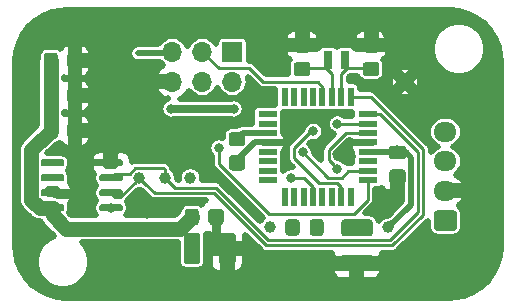
<source format=gbr>
G04 #@! TF.GenerationSoftware,KiCad,Pcbnew,(5.1.4)-1*
G04 #@! TF.CreationDate,2020-03-10T20:28:57-04:00*
G04 #@! TF.ProjectId,Torchic,546f7263-6869-4632-9e6b-696361645f70,rev?*
G04 #@! TF.SameCoordinates,Original*
G04 #@! TF.FileFunction,Copper,L1,Top*
G04 #@! TF.FilePolarity,Positive*
%FSLAX46Y46*%
G04 Gerber Fmt 4.6, Leading zero omitted, Abs format (unit mm)*
G04 Created by KiCad (PCBNEW (5.1.4)-1) date 2020-03-10 20:28:57*
%MOMM*%
%LPD*%
G04 APERTURE LIST*
%ADD10R,0.550000X1.600000*%
%ADD11R,1.600000X0.550000*%
%ADD12O,1.950000X1.700000*%
%ADD13C,0.100000*%
%ADD14C,1.700000*%
%ADD15C,1.425000*%
%ADD16R,0.800000X1.500000*%
%ADD17C,0.600000*%
%ADD18C,1.150000*%
%ADD19C,1.000000*%
%ADD20O,1.700000X1.700000*%
%ADD21R,1.700000X1.700000*%
%ADD22C,0.800000*%
%ADD23C,0.508000*%
%ADD24C,0.635000*%
%ADD25C,0.250000*%
%ADD26C,0.762000*%
%ADD27C,1.270000*%
G04 APERTURE END LIST*
D10*
X88125000Y-54728000D03*
X87325000Y-54728000D03*
X86525000Y-54728000D03*
X85725000Y-54728000D03*
X84925000Y-54728000D03*
X84125000Y-54728000D03*
X83325000Y-54728000D03*
X82525000Y-54728000D03*
D11*
X81075000Y-53278000D03*
X81075000Y-52478000D03*
X81075000Y-51678000D03*
X81075000Y-50878000D03*
X81075000Y-50078000D03*
X81075000Y-49278000D03*
X81075000Y-48478000D03*
X81075000Y-47678000D03*
D10*
X82525000Y-46228000D03*
X83325000Y-46228000D03*
X84125000Y-46228000D03*
X84925000Y-46228000D03*
X85725000Y-46228000D03*
X86525000Y-46228000D03*
X87325000Y-46228000D03*
X88125000Y-46228000D03*
D11*
X89575000Y-47678000D03*
X89575000Y-48478000D03*
X89575000Y-49278000D03*
X89575000Y-50078000D03*
X89575000Y-50878000D03*
X89575000Y-51678000D03*
X89575000Y-52478000D03*
X89575000Y-53278000D03*
D12*
X96139000Y-49189000D03*
X96139000Y-51689000D03*
X96139000Y-54189000D03*
D13*
G36*
X96888504Y-55840204D02*
G01*
X96912773Y-55843804D01*
X96936571Y-55849765D01*
X96959671Y-55858030D01*
X96981849Y-55868520D01*
X97002893Y-55881133D01*
X97022598Y-55895747D01*
X97040777Y-55912223D01*
X97057253Y-55930402D01*
X97071867Y-55950107D01*
X97084480Y-55971151D01*
X97094970Y-55993329D01*
X97103235Y-56016429D01*
X97109196Y-56040227D01*
X97112796Y-56064496D01*
X97114000Y-56089000D01*
X97114000Y-57289000D01*
X97112796Y-57313504D01*
X97109196Y-57337773D01*
X97103235Y-57361571D01*
X97094970Y-57384671D01*
X97084480Y-57406849D01*
X97071867Y-57427893D01*
X97057253Y-57447598D01*
X97040777Y-57465777D01*
X97022598Y-57482253D01*
X97002893Y-57496867D01*
X96981849Y-57509480D01*
X96959671Y-57519970D01*
X96936571Y-57528235D01*
X96912773Y-57534196D01*
X96888504Y-57537796D01*
X96864000Y-57539000D01*
X95414000Y-57539000D01*
X95389496Y-57537796D01*
X95365227Y-57534196D01*
X95341429Y-57528235D01*
X95318329Y-57519970D01*
X95296151Y-57509480D01*
X95275107Y-57496867D01*
X95255402Y-57482253D01*
X95237223Y-57465777D01*
X95220747Y-57447598D01*
X95206133Y-57427893D01*
X95193520Y-57406849D01*
X95183030Y-57384671D01*
X95174765Y-57361571D01*
X95168804Y-57337773D01*
X95165204Y-57313504D01*
X95164000Y-57289000D01*
X95164000Y-56089000D01*
X95165204Y-56064496D01*
X95168804Y-56040227D01*
X95174765Y-56016429D01*
X95183030Y-55993329D01*
X95193520Y-55971151D01*
X95206133Y-55950107D01*
X95220747Y-55930402D01*
X95237223Y-55912223D01*
X95255402Y-55895747D01*
X95275107Y-55881133D01*
X95296151Y-55868520D01*
X95318329Y-55858030D01*
X95341429Y-55849765D01*
X95365227Y-55843804D01*
X95389496Y-55840204D01*
X95414000Y-55839000D01*
X96864000Y-55839000D01*
X96888504Y-55840204D01*
X96888504Y-55840204D01*
G37*
D14*
X96139000Y-56689000D03*
D13*
G36*
X78138004Y-57731204D02*
G01*
X78162273Y-57734804D01*
X78186071Y-57740765D01*
X78209171Y-57749030D01*
X78231349Y-57759520D01*
X78252393Y-57772133D01*
X78272098Y-57786747D01*
X78290277Y-57803223D01*
X78306753Y-57821402D01*
X78321367Y-57841107D01*
X78333980Y-57862151D01*
X78344470Y-57884329D01*
X78352735Y-57907429D01*
X78358696Y-57931227D01*
X78362296Y-57955496D01*
X78363500Y-57980000D01*
X78363500Y-60130000D01*
X78362296Y-60154504D01*
X78358696Y-60178773D01*
X78352735Y-60202571D01*
X78344470Y-60225671D01*
X78333980Y-60247849D01*
X78321367Y-60268893D01*
X78306753Y-60288598D01*
X78290277Y-60306777D01*
X78272098Y-60323253D01*
X78252393Y-60337867D01*
X78231349Y-60350480D01*
X78209171Y-60360970D01*
X78186071Y-60369235D01*
X78162273Y-60375196D01*
X78138004Y-60378796D01*
X78113500Y-60380000D01*
X77188500Y-60380000D01*
X77163996Y-60378796D01*
X77139727Y-60375196D01*
X77115929Y-60369235D01*
X77092829Y-60360970D01*
X77070651Y-60350480D01*
X77049607Y-60337867D01*
X77029902Y-60323253D01*
X77011723Y-60306777D01*
X76995247Y-60288598D01*
X76980633Y-60268893D01*
X76968020Y-60247849D01*
X76957530Y-60225671D01*
X76949265Y-60202571D01*
X76943304Y-60178773D01*
X76939704Y-60154504D01*
X76938500Y-60130000D01*
X76938500Y-57980000D01*
X76939704Y-57955496D01*
X76943304Y-57931227D01*
X76949265Y-57907429D01*
X76957530Y-57884329D01*
X76968020Y-57862151D01*
X76980633Y-57841107D01*
X76995247Y-57821402D01*
X77011723Y-57803223D01*
X77029902Y-57786747D01*
X77049607Y-57772133D01*
X77070651Y-57759520D01*
X77092829Y-57749030D01*
X77115929Y-57740765D01*
X77139727Y-57734804D01*
X77163996Y-57731204D01*
X77188500Y-57730000D01*
X78113500Y-57730000D01*
X78138004Y-57731204D01*
X78138004Y-57731204D01*
G37*
D15*
X77651000Y-59055000D03*
D13*
G36*
X75163004Y-57731204D02*
G01*
X75187273Y-57734804D01*
X75211071Y-57740765D01*
X75234171Y-57749030D01*
X75256349Y-57759520D01*
X75277393Y-57772133D01*
X75297098Y-57786747D01*
X75315277Y-57803223D01*
X75331753Y-57821402D01*
X75346367Y-57841107D01*
X75358980Y-57862151D01*
X75369470Y-57884329D01*
X75377735Y-57907429D01*
X75383696Y-57931227D01*
X75387296Y-57955496D01*
X75388500Y-57980000D01*
X75388500Y-60130000D01*
X75387296Y-60154504D01*
X75383696Y-60178773D01*
X75377735Y-60202571D01*
X75369470Y-60225671D01*
X75358980Y-60247849D01*
X75346367Y-60268893D01*
X75331753Y-60288598D01*
X75315277Y-60306777D01*
X75297098Y-60323253D01*
X75277393Y-60337867D01*
X75256349Y-60350480D01*
X75234171Y-60360970D01*
X75211071Y-60369235D01*
X75187273Y-60375196D01*
X75163004Y-60378796D01*
X75138500Y-60380000D01*
X74213500Y-60380000D01*
X74188996Y-60378796D01*
X74164727Y-60375196D01*
X74140929Y-60369235D01*
X74117829Y-60360970D01*
X74095651Y-60350480D01*
X74074607Y-60337867D01*
X74054902Y-60323253D01*
X74036723Y-60306777D01*
X74020247Y-60288598D01*
X74005633Y-60268893D01*
X73993020Y-60247849D01*
X73982530Y-60225671D01*
X73974265Y-60202571D01*
X73968304Y-60178773D01*
X73964704Y-60154504D01*
X73963500Y-60130000D01*
X73963500Y-57980000D01*
X73964704Y-57955496D01*
X73968304Y-57931227D01*
X73974265Y-57907429D01*
X73982530Y-57884329D01*
X73993020Y-57862151D01*
X74005633Y-57841107D01*
X74020247Y-57821402D01*
X74036723Y-57803223D01*
X74054902Y-57786747D01*
X74074607Y-57772133D01*
X74095651Y-57759520D01*
X74117829Y-57749030D01*
X74140929Y-57740765D01*
X74164727Y-57734804D01*
X74188996Y-57731204D01*
X74213500Y-57730000D01*
X75138500Y-57730000D01*
X75163004Y-57731204D01*
X75163004Y-57731204D01*
G37*
D15*
X74676000Y-59055000D03*
D13*
G36*
X89745504Y-59577204D02*
G01*
X89769773Y-59580804D01*
X89793571Y-59586765D01*
X89816671Y-59595030D01*
X89838849Y-59605520D01*
X89859893Y-59618133D01*
X89879598Y-59632747D01*
X89897777Y-59649223D01*
X89914253Y-59667402D01*
X89928867Y-59687107D01*
X89941480Y-59708151D01*
X89951970Y-59730329D01*
X89960235Y-59753429D01*
X89966196Y-59777227D01*
X89969796Y-59801496D01*
X89971000Y-59826000D01*
X89971000Y-60751000D01*
X89969796Y-60775504D01*
X89966196Y-60799773D01*
X89960235Y-60823571D01*
X89951970Y-60846671D01*
X89941480Y-60868849D01*
X89928867Y-60889893D01*
X89914253Y-60909598D01*
X89897777Y-60927777D01*
X89879598Y-60944253D01*
X89859893Y-60958867D01*
X89838849Y-60971480D01*
X89816671Y-60981970D01*
X89793571Y-60990235D01*
X89769773Y-60996196D01*
X89745504Y-60999796D01*
X89721000Y-61001000D01*
X87571000Y-61001000D01*
X87546496Y-60999796D01*
X87522227Y-60996196D01*
X87498429Y-60990235D01*
X87475329Y-60981970D01*
X87453151Y-60971480D01*
X87432107Y-60958867D01*
X87412402Y-60944253D01*
X87394223Y-60927777D01*
X87377747Y-60909598D01*
X87363133Y-60889893D01*
X87350520Y-60868849D01*
X87340030Y-60846671D01*
X87331765Y-60823571D01*
X87325804Y-60799773D01*
X87322204Y-60775504D01*
X87321000Y-60751000D01*
X87321000Y-59826000D01*
X87322204Y-59801496D01*
X87325804Y-59777227D01*
X87331765Y-59753429D01*
X87340030Y-59730329D01*
X87350520Y-59708151D01*
X87363133Y-59687107D01*
X87377747Y-59667402D01*
X87394223Y-59649223D01*
X87412402Y-59632747D01*
X87432107Y-59618133D01*
X87453151Y-59605520D01*
X87475329Y-59595030D01*
X87498429Y-59586765D01*
X87522227Y-59580804D01*
X87546496Y-59577204D01*
X87571000Y-59576000D01*
X89721000Y-59576000D01*
X89745504Y-59577204D01*
X89745504Y-59577204D01*
G37*
D15*
X88646000Y-60288500D03*
D13*
G36*
X89745504Y-56602204D02*
G01*
X89769773Y-56605804D01*
X89793571Y-56611765D01*
X89816671Y-56620030D01*
X89838849Y-56630520D01*
X89859893Y-56643133D01*
X89879598Y-56657747D01*
X89897777Y-56674223D01*
X89914253Y-56692402D01*
X89928867Y-56712107D01*
X89941480Y-56733151D01*
X89951970Y-56755329D01*
X89960235Y-56778429D01*
X89966196Y-56802227D01*
X89969796Y-56826496D01*
X89971000Y-56851000D01*
X89971000Y-57776000D01*
X89969796Y-57800504D01*
X89966196Y-57824773D01*
X89960235Y-57848571D01*
X89951970Y-57871671D01*
X89941480Y-57893849D01*
X89928867Y-57914893D01*
X89914253Y-57934598D01*
X89897777Y-57952777D01*
X89879598Y-57969253D01*
X89859893Y-57983867D01*
X89838849Y-57996480D01*
X89816671Y-58006970D01*
X89793571Y-58015235D01*
X89769773Y-58021196D01*
X89745504Y-58024796D01*
X89721000Y-58026000D01*
X87571000Y-58026000D01*
X87546496Y-58024796D01*
X87522227Y-58021196D01*
X87498429Y-58015235D01*
X87475329Y-58006970D01*
X87453151Y-57996480D01*
X87432107Y-57983867D01*
X87412402Y-57969253D01*
X87394223Y-57952777D01*
X87377747Y-57934598D01*
X87363133Y-57914893D01*
X87350520Y-57893849D01*
X87340030Y-57871671D01*
X87331765Y-57848571D01*
X87325804Y-57824773D01*
X87322204Y-57800504D01*
X87321000Y-57776000D01*
X87321000Y-56851000D01*
X87322204Y-56826496D01*
X87325804Y-56802227D01*
X87331765Y-56778429D01*
X87340030Y-56755329D01*
X87350520Y-56733151D01*
X87363133Y-56712107D01*
X87377747Y-56692402D01*
X87394223Y-56674223D01*
X87412402Y-56657747D01*
X87432107Y-56643133D01*
X87453151Y-56630520D01*
X87475329Y-56620030D01*
X87498429Y-56611765D01*
X87522227Y-56605804D01*
X87546496Y-56602204D01*
X87571000Y-56601000D01*
X89721000Y-56601000D01*
X89745504Y-56602204D01*
X89745504Y-56602204D01*
G37*
D15*
X88646000Y-57313500D03*
D16*
X87668800Y-43103800D03*
X86168800Y-43103800D03*
D13*
G36*
X63707703Y-55326722D02*
G01*
X63722264Y-55328882D01*
X63736543Y-55332459D01*
X63750403Y-55337418D01*
X63763710Y-55343712D01*
X63776336Y-55351280D01*
X63788159Y-55360048D01*
X63799066Y-55369934D01*
X63808952Y-55380841D01*
X63817720Y-55392664D01*
X63825288Y-55405290D01*
X63831582Y-55418597D01*
X63836541Y-55432457D01*
X63840118Y-55446736D01*
X63842278Y-55461297D01*
X63843000Y-55476000D01*
X63843000Y-55776000D01*
X63842278Y-55790703D01*
X63840118Y-55805264D01*
X63836541Y-55819543D01*
X63831582Y-55833403D01*
X63825288Y-55846710D01*
X63817720Y-55859336D01*
X63808952Y-55871159D01*
X63799066Y-55882066D01*
X63788159Y-55891952D01*
X63776336Y-55900720D01*
X63763710Y-55908288D01*
X63750403Y-55914582D01*
X63736543Y-55919541D01*
X63722264Y-55923118D01*
X63707703Y-55925278D01*
X63693000Y-55926000D01*
X62043000Y-55926000D01*
X62028297Y-55925278D01*
X62013736Y-55923118D01*
X61999457Y-55919541D01*
X61985597Y-55914582D01*
X61972290Y-55908288D01*
X61959664Y-55900720D01*
X61947841Y-55891952D01*
X61936934Y-55882066D01*
X61927048Y-55871159D01*
X61918280Y-55859336D01*
X61910712Y-55846710D01*
X61904418Y-55833403D01*
X61899459Y-55819543D01*
X61895882Y-55805264D01*
X61893722Y-55790703D01*
X61893000Y-55776000D01*
X61893000Y-55476000D01*
X61893722Y-55461297D01*
X61895882Y-55446736D01*
X61899459Y-55432457D01*
X61904418Y-55418597D01*
X61910712Y-55405290D01*
X61918280Y-55392664D01*
X61927048Y-55380841D01*
X61936934Y-55369934D01*
X61947841Y-55360048D01*
X61959664Y-55351280D01*
X61972290Y-55343712D01*
X61985597Y-55337418D01*
X61999457Y-55332459D01*
X62013736Y-55328882D01*
X62028297Y-55326722D01*
X62043000Y-55326000D01*
X63693000Y-55326000D01*
X63707703Y-55326722D01*
X63707703Y-55326722D01*
G37*
D17*
X62868000Y-55626000D03*
D13*
G36*
X63707703Y-54056722D02*
G01*
X63722264Y-54058882D01*
X63736543Y-54062459D01*
X63750403Y-54067418D01*
X63763710Y-54073712D01*
X63776336Y-54081280D01*
X63788159Y-54090048D01*
X63799066Y-54099934D01*
X63808952Y-54110841D01*
X63817720Y-54122664D01*
X63825288Y-54135290D01*
X63831582Y-54148597D01*
X63836541Y-54162457D01*
X63840118Y-54176736D01*
X63842278Y-54191297D01*
X63843000Y-54206000D01*
X63843000Y-54506000D01*
X63842278Y-54520703D01*
X63840118Y-54535264D01*
X63836541Y-54549543D01*
X63831582Y-54563403D01*
X63825288Y-54576710D01*
X63817720Y-54589336D01*
X63808952Y-54601159D01*
X63799066Y-54612066D01*
X63788159Y-54621952D01*
X63776336Y-54630720D01*
X63763710Y-54638288D01*
X63750403Y-54644582D01*
X63736543Y-54649541D01*
X63722264Y-54653118D01*
X63707703Y-54655278D01*
X63693000Y-54656000D01*
X62043000Y-54656000D01*
X62028297Y-54655278D01*
X62013736Y-54653118D01*
X61999457Y-54649541D01*
X61985597Y-54644582D01*
X61972290Y-54638288D01*
X61959664Y-54630720D01*
X61947841Y-54621952D01*
X61936934Y-54612066D01*
X61927048Y-54601159D01*
X61918280Y-54589336D01*
X61910712Y-54576710D01*
X61904418Y-54563403D01*
X61899459Y-54549543D01*
X61895882Y-54535264D01*
X61893722Y-54520703D01*
X61893000Y-54506000D01*
X61893000Y-54206000D01*
X61893722Y-54191297D01*
X61895882Y-54176736D01*
X61899459Y-54162457D01*
X61904418Y-54148597D01*
X61910712Y-54135290D01*
X61918280Y-54122664D01*
X61927048Y-54110841D01*
X61936934Y-54099934D01*
X61947841Y-54090048D01*
X61959664Y-54081280D01*
X61972290Y-54073712D01*
X61985597Y-54067418D01*
X61999457Y-54062459D01*
X62013736Y-54058882D01*
X62028297Y-54056722D01*
X62043000Y-54056000D01*
X63693000Y-54056000D01*
X63707703Y-54056722D01*
X63707703Y-54056722D01*
G37*
D17*
X62868000Y-54356000D03*
D13*
G36*
X63707703Y-52786722D02*
G01*
X63722264Y-52788882D01*
X63736543Y-52792459D01*
X63750403Y-52797418D01*
X63763710Y-52803712D01*
X63776336Y-52811280D01*
X63788159Y-52820048D01*
X63799066Y-52829934D01*
X63808952Y-52840841D01*
X63817720Y-52852664D01*
X63825288Y-52865290D01*
X63831582Y-52878597D01*
X63836541Y-52892457D01*
X63840118Y-52906736D01*
X63842278Y-52921297D01*
X63843000Y-52936000D01*
X63843000Y-53236000D01*
X63842278Y-53250703D01*
X63840118Y-53265264D01*
X63836541Y-53279543D01*
X63831582Y-53293403D01*
X63825288Y-53306710D01*
X63817720Y-53319336D01*
X63808952Y-53331159D01*
X63799066Y-53342066D01*
X63788159Y-53351952D01*
X63776336Y-53360720D01*
X63763710Y-53368288D01*
X63750403Y-53374582D01*
X63736543Y-53379541D01*
X63722264Y-53383118D01*
X63707703Y-53385278D01*
X63693000Y-53386000D01*
X62043000Y-53386000D01*
X62028297Y-53385278D01*
X62013736Y-53383118D01*
X61999457Y-53379541D01*
X61985597Y-53374582D01*
X61972290Y-53368288D01*
X61959664Y-53360720D01*
X61947841Y-53351952D01*
X61936934Y-53342066D01*
X61927048Y-53331159D01*
X61918280Y-53319336D01*
X61910712Y-53306710D01*
X61904418Y-53293403D01*
X61899459Y-53279543D01*
X61895882Y-53265264D01*
X61893722Y-53250703D01*
X61893000Y-53236000D01*
X61893000Y-52936000D01*
X61893722Y-52921297D01*
X61895882Y-52906736D01*
X61899459Y-52892457D01*
X61904418Y-52878597D01*
X61910712Y-52865290D01*
X61918280Y-52852664D01*
X61927048Y-52840841D01*
X61936934Y-52829934D01*
X61947841Y-52820048D01*
X61959664Y-52811280D01*
X61972290Y-52803712D01*
X61985597Y-52797418D01*
X61999457Y-52792459D01*
X62013736Y-52788882D01*
X62028297Y-52786722D01*
X62043000Y-52786000D01*
X63693000Y-52786000D01*
X63707703Y-52786722D01*
X63707703Y-52786722D01*
G37*
D17*
X62868000Y-53086000D03*
D13*
G36*
X63707703Y-51516722D02*
G01*
X63722264Y-51518882D01*
X63736543Y-51522459D01*
X63750403Y-51527418D01*
X63763710Y-51533712D01*
X63776336Y-51541280D01*
X63788159Y-51550048D01*
X63799066Y-51559934D01*
X63808952Y-51570841D01*
X63817720Y-51582664D01*
X63825288Y-51595290D01*
X63831582Y-51608597D01*
X63836541Y-51622457D01*
X63840118Y-51636736D01*
X63842278Y-51651297D01*
X63843000Y-51666000D01*
X63843000Y-51966000D01*
X63842278Y-51980703D01*
X63840118Y-51995264D01*
X63836541Y-52009543D01*
X63831582Y-52023403D01*
X63825288Y-52036710D01*
X63817720Y-52049336D01*
X63808952Y-52061159D01*
X63799066Y-52072066D01*
X63788159Y-52081952D01*
X63776336Y-52090720D01*
X63763710Y-52098288D01*
X63750403Y-52104582D01*
X63736543Y-52109541D01*
X63722264Y-52113118D01*
X63707703Y-52115278D01*
X63693000Y-52116000D01*
X62043000Y-52116000D01*
X62028297Y-52115278D01*
X62013736Y-52113118D01*
X61999457Y-52109541D01*
X61985597Y-52104582D01*
X61972290Y-52098288D01*
X61959664Y-52090720D01*
X61947841Y-52081952D01*
X61936934Y-52072066D01*
X61927048Y-52061159D01*
X61918280Y-52049336D01*
X61910712Y-52036710D01*
X61904418Y-52023403D01*
X61899459Y-52009543D01*
X61895882Y-51995264D01*
X61893722Y-51980703D01*
X61893000Y-51966000D01*
X61893000Y-51666000D01*
X61893722Y-51651297D01*
X61895882Y-51636736D01*
X61899459Y-51622457D01*
X61904418Y-51608597D01*
X61910712Y-51595290D01*
X61918280Y-51582664D01*
X61927048Y-51570841D01*
X61936934Y-51559934D01*
X61947841Y-51550048D01*
X61959664Y-51541280D01*
X61972290Y-51533712D01*
X61985597Y-51527418D01*
X61999457Y-51522459D01*
X62013736Y-51518882D01*
X62028297Y-51516722D01*
X62043000Y-51516000D01*
X63693000Y-51516000D01*
X63707703Y-51516722D01*
X63707703Y-51516722D01*
G37*
D17*
X62868000Y-51816000D03*
D13*
G36*
X68657703Y-51516722D02*
G01*
X68672264Y-51518882D01*
X68686543Y-51522459D01*
X68700403Y-51527418D01*
X68713710Y-51533712D01*
X68726336Y-51541280D01*
X68738159Y-51550048D01*
X68749066Y-51559934D01*
X68758952Y-51570841D01*
X68767720Y-51582664D01*
X68775288Y-51595290D01*
X68781582Y-51608597D01*
X68786541Y-51622457D01*
X68790118Y-51636736D01*
X68792278Y-51651297D01*
X68793000Y-51666000D01*
X68793000Y-51966000D01*
X68792278Y-51980703D01*
X68790118Y-51995264D01*
X68786541Y-52009543D01*
X68781582Y-52023403D01*
X68775288Y-52036710D01*
X68767720Y-52049336D01*
X68758952Y-52061159D01*
X68749066Y-52072066D01*
X68738159Y-52081952D01*
X68726336Y-52090720D01*
X68713710Y-52098288D01*
X68700403Y-52104582D01*
X68686543Y-52109541D01*
X68672264Y-52113118D01*
X68657703Y-52115278D01*
X68643000Y-52116000D01*
X66993000Y-52116000D01*
X66978297Y-52115278D01*
X66963736Y-52113118D01*
X66949457Y-52109541D01*
X66935597Y-52104582D01*
X66922290Y-52098288D01*
X66909664Y-52090720D01*
X66897841Y-52081952D01*
X66886934Y-52072066D01*
X66877048Y-52061159D01*
X66868280Y-52049336D01*
X66860712Y-52036710D01*
X66854418Y-52023403D01*
X66849459Y-52009543D01*
X66845882Y-51995264D01*
X66843722Y-51980703D01*
X66843000Y-51966000D01*
X66843000Y-51666000D01*
X66843722Y-51651297D01*
X66845882Y-51636736D01*
X66849459Y-51622457D01*
X66854418Y-51608597D01*
X66860712Y-51595290D01*
X66868280Y-51582664D01*
X66877048Y-51570841D01*
X66886934Y-51559934D01*
X66897841Y-51550048D01*
X66909664Y-51541280D01*
X66922290Y-51533712D01*
X66935597Y-51527418D01*
X66949457Y-51522459D01*
X66963736Y-51518882D01*
X66978297Y-51516722D01*
X66993000Y-51516000D01*
X68643000Y-51516000D01*
X68657703Y-51516722D01*
X68657703Y-51516722D01*
G37*
D17*
X67818000Y-51816000D03*
D13*
G36*
X68657703Y-52786722D02*
G01*
X68672264Y-52788882D01*
X68686543Y-52792459D01*
X68700403Y-52797418D01*
X68713710Y-52803712D01*
X68726336Y-52811280D01*
X68738159Y-52820048D01*
X68749066Y-52829934D01*
X68758952Y-52840841D01*
X68767720Y-52852664D01*
X68775288Y-52865290D01*
X68781582Y-52878597D01*
X68786541Y-52892457D01*
X68790118Y-52906736D01*
X68792278Y-52921297D01*
X68793000Y-52936000D01*
X68793000Y-53236000D01*
X68792278Y-53250703D01*
X68790118Y-53265264D01*
X68786541Y-53279543D01*
X68781582Y-53293403D01*
X68775288Y-53306710D01*
X68767720Y-53319336D01*
X68758952Y-53331159D01*
X68749066Y-53342066D01*
X68738159Y-53351952D01*
X68726336Y-53360720D01*
X68713710Y-53368288D01*
X68700403Y-53374582D01*
X68686543Y-53379541D01*
X68672264Y-53383118D01*
X68657703Y-53385278D01*
X68643000Y-53386000D01*
X66993000Y-53386000D01*
X66978297Y-53385278D01*
X66963736Y-53383118D01*
X66949457Y-53379541D01*
X66935597Y-53374582D01*
X66922290Y-53368288D01*
X66909664Y-53360720D01*
X66897841Y-53351952D01*
X66886934Y-53342066D01*
X66877048Y-53331159D01*
X66868280Y-53319336D01*
X66860712Y-53306710D01*
X66854418Y-53293403D01*
X66849459Y-53279543D01*
X66845882Y-53265264D01*
X66843722Y-53250703D01*
X66843000Y-53236000D01*
X66843000Y-52936000D01*
X66843722Y-52921297D01*
X66845882Y-52906736D01*
X66849459Y-52892457D01*
X66854418Y-52878597D01*
X66860712Y-52865290D01*
X66868280Y-52852664D01*
X66877048Y-52840841D01*
X66886934Y-52829934D01*
X66897841Y-52820048D01*
X66909664Y-52811280D01*
X66922290Y-52803712D01*
X66935597Y-52797418D01*
X66949457Y-52792459D01*
X66963736Y-52788882D01*
X66978297Y-52786722D01*
X66993000Y-52786000D01*
X68643000Y-52786000D01*
X68657703Y-52786722D01*
X68657703Y-52786722D01*
G37*
D17*
X67818000Y-53086000D03*
D13*
G36*
X68657703Y-54056722D02*
G01*
X68672264Y-54058882D01*
X68686543Y-54062459D01*
X68700403Y-54067418D01*
X68713710Y-54073712D01*
X68726336Y-54081280D01*
X68738159Y-54090048D01*
X68749066Y-54099934D01*
X68758952Y-54110841D01*
X68767720Y-54122664D01*
X68775288Y-54135290D01*
X68781582Y-54148597D01*
X68786541Y-54162457D01*
X68790118Y-54176736D01*
X68792278Y-54191297D01*
X68793000Y-54206000D01*
X68793000Y-54506000D01*
X68792278Y-54520703D01*
X68790118Y-54535264D01*
X68786541Y-54549543D01*
X68781582Y-54563403D01*
X68775288Y-54576710D01*
X68767720Y-54589336D01*
X68758952Y-54601159D01*
X68749066Y-54612066D01*
X68738159Y-54621952D01*
X68726336Y-54630720D01*
X68713710Y-54638288D01*
X68700403Y-54644582D01*
X68686543Y-54649541D01*
X68672264Y-54653118D01*
X68657703Y-54655278D01*
X68643000Y-54656000D01*
X66993000Y-54656000D01*
X66978297Y-54655278D01*
X66963736Y-54653118D01*
X66949457Y-54649541D01*
X66935597Y-54644582D01*
X66922290Y-54638288D01*
X66909664Y-54630720D01*
X66897841Y-54621952D01*
X66886934Y-54612066D01*
X66877048Y-54601159D01*
X66868280Y-54589336D01*
X66860712Y-54576710D01*
X66854418Y-54563403D01*
X66849459Y-54549543D01*
X66845882Y-54535264D01*
X66843722Y-54520703D01*
X66843000Y-54506000D01*
X66843000Y-54206000D01*
X66843722Y-54191297D01*
X66845882Y-54176736D01*
X66849459Y-54162457D01*
X66854418Y-54148597D01*
X66860712Y-54135290D01*
X66868280Y-54122664D01*
X66877048Y-54110841D01*
X66886934Y-54099934D01*
X66897841Y-54090048D01*
X66909664Y-54081280D01*
X66922290Y-54073712D01*
X66935597Y-54067418D01*
X66949457Y-54062459D01*
X66963736Y-54058882D01*
X66978297Y-54056722D01*
X66993000Y-54056000D01*
X68643000Y-54056000D01*
X68657703Y-54056722D01*
X68657703Y-54056722D01*
G37*
D17*
X67818000Y-54356000D03*
D13*
G36*
X68657703Y-55326722D02*
G01*
X68672264Y-55328882D01*
X68686543Y-55332459D01*
X68700403Y-55337418D01*
X68713710Y-55343712D01*
X68726336Y-55351280D01*
X68738159Y-55360048D01*
X68749066Y-55369934D01*
X68758952Y-55380841D01*
X68767720Y-55392664D01*
X68775288Y-55405290D01*
X68781582Y-55418597D01*
X68786541Y-55432457D01*
X68790118Y-55446736D01*
X68792278Y-55461297D01*
X68793000Y-55476000D01*
X68793000Y-55776000D01*
X68792278Y-55790703D01*
X68790118Y-55805264D01*
X68786541Y-55819543D01*
X68781582Y-55833403D01*
X68775288Y-55846710D01*
X68767720Y-55859336D01*
X68758952Y-55871159D01*
X68749066Y-55882066D01*
X68738159Y-55891952D01*
X68726336Y-55900720D01*
X68713710Y-55908288D01*
X68700403Y-55914582D01*
X68686543Y-55919541D01*
X68672264Y-55923118D01*
X68657703Y-55925278D01*
X68643000Y-55926000D01*
X66993000Y-55926000D01*
X66978297Y-55925278D01*
X66963736Y-55923118D01*
X66949457Y-55919541D01*
X66935597Y-55914582D01*
X66922290Y-55908288D01*
X66909664Y-55900720D01*
X66897841Y-55891952D01*
X66886934Y-55882066D01*
X66877048Y-55871159D01*
X66868280Y-55859336D01*
X66860712Y-55846710D01*
X66854418Y-55833403D01*
X66849459Y-55819543D01*
X66845882Y-55805264D01*
X66843722Y-55790703D01*
X66843000Y-55776000D01*
X66843000Y-55476000D01*
X66843722Y-55461297D01*
X66845882Y-55446736D01*
X66849459Y-55432457D01*
X66854418Y-55418597D01*
X66860712Y-55405290D01*
X66868280Y-55392664D01*
X66877048Y-55380841D01*
X66886934Y-55369934D01*
X66897841Y-55360048D01*
X66909664Y-55351280D01*
X66922290Y-55343712D01*
X66935597Y-55337418D01*
X66949457Y-55332459D01*
X66963736Y-55328882D01*
X66978297Y-55326722D01*
X66993000Y-55326000D01*
X68643000Y-55326000D01*
X68657703Y-55326722D01*
X68657703Y-55326722D01*
G37*
D17*
X67818000Y-55626000D03*
D13*
G36*
X65128505Y-48381204D02*
G01*
X65152773Y-48384804D01*
X65176572Y-48390765D01*
X65199671Y-48399030D01*
X65221850Y-48409520D01*
X65242893Y-48422132D01*
X65262599Y-48436747D01*
X65280777Y-48453223D01*
X65297253Y-48471401D01*
X65311868Y-48491107D01*
X65324480Y-48512150D01*
X65334970Y-48534329D01*
X65343235Y-48557428D01*
X65349196Y-48581227D01*
X65352796Y-48605495D01*
X65354000Y-48629999D01*
X65354000Y-49530001D01*
X65352796Y-49554505D01*
X65349196Y-49578773D01*
X65343235Y-49602572D01*
X65334970Y-49625671D01*
X65324480Y-49647850D01*
X65311868Y-49668893D01*
X65297253Y-49688599D01*
X65280777Y-49706777D01*
X65262599Y-49723253D01*
X65242893Y-49737868D01*
X65221850Y-49750480D01*
X65199671Y-49760970D01*
X65176572Y-49769235D01*
X65152773Y-49775196D01*
X65128505Y-49778796D01*
X65104001Y-49780000D01*
X64453999Y-49780000D01*
X64429495Y-49778796D01*
X64405227Y-49775196D01*
X64381428Y-49769235D01*
X64358329Y-49760970D01*
X64336150Y-49750480D01*
X64315107Y-49737868D01*
X64295401Y-49723253D01*
X64277223Y-49706777D01*
X64260747Y-49688599D01*
X64246132Y-49668893D01*
X64233520Y-49647850D01*
X64223030Y-49625671D01*
X64214765Y-49602572D01*
X64208804Y-49578773D01*
X64205204Y-49554505D01*
X64204000Y-49530001D01*
X64204000Y-48629999D01*
X64205204Y-48605495D01*
X64208804Y-48581227D01*
X64214765Y-48557428D01*
X64223030Y-48534329D01*
X64233520Y-48512150D01*
X64246132Y-48491107D01*
X64260747Y-48471401D01*
X64277223Y-48453223D01*
X64295401Y-48436747D01*
X64315107Y-48422132D01*
X64336150Y-48409520D01*
X64358329Y-48399030D01*
X64381428Y-48390765D01*
X64405227Y-48384804D01*
X64429495Y-48381204D01*
X64453999Y-48380000D01*
X65104001Y-48380000D01*
X65128505Y-48381204D01*
X65128505Y-48381204D01*
G37*
D18*
X64779000Y-49080000D03*
D13*
G36*
X63078505Y-48381204D02*
G01*
X63102773Y-48384804D01*
X63126572Y-48390765D01*
X63149671Y-48399030D01*
X63171850Y-48409520D01*
X63192893Y-48422132D01*
X63212599Y-48436747D01*
X63230777Y-48453223D01*
X63247253Y-48471401D01*
X63261868Y-48491107D01*
X63274480Y-48512150D01*
X63284970Y-48534329D01*
X63293235Y-48557428D01*
X63299196Y-48581227D01*
X63302796Y-48605495D01*
X63304000Y-48629999D01*
X63304000Y-49530001D01*
X63302796Y-49554505D01*
X63299196Y-49578773D01*
X63293235Y-49602572D01*
X63284970Y-49625671D01*
X63274480Y-49647850D01*
X63261868Y-49668893D01*
X63247253Y-49688599D01*
X63230777Y-49706777D01*
X63212599Y-49723253D01*
X63192893Y-49737868D01*
X63171850Y-49750480D01*
X63149671Y-49760970D01*
X63126572Y-49769235D01*
X63102773Y-49775196D01*
X63078505Y-49778796D01*
X63054001Y-49780000D01*
X62403999Y-49780000D01*
X62379495Y-49778796D01*
X62355227Y-49775196D01*
X62331428Y-49769235D01*
X62308329Y-49760970D01*
X62286150Y-49750480D01*
X62265107Y-49737868D01*
X62245401Y-49723253D01*
X62227223Y-49706777D01*
X62210747Y-49688599D01*
X62196132Y-49668893D01*
X62183520Y-49647850D01*
X62173030Y-49625671D01*
X62164765Y-49602572D01*
X62158804Y-49578773D01*
X62155204Y-49554505D01*
X62154000Y-49530001D01*
X62154000Y-48629999D01*
X62155204Y-48605495D01*
X62158804Y-48581227D01*
X62164765Y-48557428D01*
X62173030Y-48534329D01*
X62183520Y-48512150D01*
X62196132Y-48491107D01*
X62210747Y-48471401D01*
X62227223Y-48453223D01*
X62245401Y-48436747D01*
X62265107Y-48422132D01*
X62286150Y-48409520D01*
X62308329Y-48399030D01*
X62331428Y-48390765D01*
X62355227Y-48384804D01*
X62379495Y-48381204D01*
X62403999Y-48380000D01*
X63054001Y-48380000D01*
X63078505Y-48381204D01*
X63078505Y-48381204D01*
G37*
D18*
X62729000Y-49080000D03*
D13*
G36*
X65128505Y-45431204D02*
G01*
X65152773Y-45434804D01*
X65176572Y-45440765D01*
X65199671Y-45449030D01*
X65221850Y-45459520D01*
X65242893Y-45472132D01*
X65262599Y-45486747D01*
X65280777Y-45503223D01*
X65297253Y-45521401D01*
X65311868Y-45541107D01*
X65324480Y-45562150D01*
X65334970Y-45584329D01*
X65343235Y-45607428D01*
X65349196Y-45631227D01*
X65352796Y-45655495D01*
X65354000Y-45679999D01*
X65354000Y-46580001D01*
X65352796Y-46604505D01*
X65349196Y-46628773D01*
X65343235Y-46652572D01*
X65334970Y-46675671D01*
X65324480Y-46697850D01*
X65311868Y-46718893D01*
X65297253Y-46738599D01*
X65280777Y-46756777D01*
X65262599Y-46773253D01*
X65242893Y-46787868D01*
X65221850Y-46800480D01*
X65199671Y-46810970D01*
X65176572Y-46819235D01*
X65152773Y-46825196D01*
X65128505Y-46828796D01*
X65104001Y-46830000D01*
X64453999Y-46830000D01*
X64429495Y-46828796D01*
X64405227Y-46825196D01*
X64381428Y-46819235D01*
X64358329Y-46810970D01*
X64336150Y-46800480D01*
X64315107Y-46787868D01*
X64295401Y-46773253D01*
X64277223Y-46756777D01*
X64260747Y-46738599D01*
X64246132Y-46718893D01*
X64233520Y-46697850D01*
X64223030Y-46675671D01*
X64214765Y-46652572D01*
X64208804Y-46628773D01*
X64205204Y-46604505D01*
X64204000Y-46580001D01*
X64204000Y-45679999D01*
X64205204Y-45655495D01*
X64208804Y-45631227D01*
X64214765Y-45607428D01*
X64223030Y-45584329D01*
X64233520Y-45562150D01*
X64246132Y-45541107D01*
X64260747Y-45521401D01*
X64277223Y-45503223D01*
X64295401Y-45486747D01*
X64315107Y-45472132D01*
X64336150Y-45459520D01*
X64358329Y-45449030D01*
X64381428Y-45440765D01*
X64405227Y-45434804D01*
X64429495Y-45431204D01*
X64453999Y-45430000D01*
X65104001Y-45430000D01*
X65128505Y-45431204D01*
X65128505Y-45431204D01*
G37*
D18*
X64779000Y-46130000D03*
D13*
G36*
X63078505Y-45431204D02*
G01*
X63102773Y-45434804D01*
X63126572Y-45440765D01*
X63149671Y-45449030D01*
X63171850Y-45459520D01*
X63192893Y-45472132D01*
X63212599Y-45486747D01*
X63230777Y-45503223D01*
X63247253Y-45521401D01*
X63261868Y-45541107D01*
X63274480Y-45562150D01*
X63284970Y-45584329D01*
X63293235Y-45607428D01*
X63299196Y-45631227D01*
X63302796Y-45655495D01*
X63304000Y-45679999D01*
X63304000Y-46580001D01*
X63302796Y-46604505D01*
X63299196Y-46628773D01*
X63293235Y-46652572D01*
X63284970Y-46675671D01*
X63274480Y-46697850D01*
X63261868Y-46718893D01*
X63247253Y-46738599D01*
X63230777Y-46756777D01*
X63212599Y-46773253D01*
X63192893Y-46787868D01*
X63171850Y-46800480D01*
X63149671Y-46810970D01*
X63126572Y-46819235D01*
X63102773Y-46825196D01*
X63078505Y-46828796D01*
X63054001Y-46830000D01*
X62403999Y-46830000D01*
X62379495Y-46828796D01*
X62355227Y-46825196D01*
X62331428Y-46819235D01*
X62308329Y-46810970D01*
X62286150Y-46800480D01*
X62265107Y-46787868D01*
X62245401Y-46773253D01*
X62227223Y-46756777D01*
X62210747Y-46738599D01*
X62196132Y-46718893D01*
X62183520Y-46697850D01*
X62173030Y-46675671D01*
X62164765Y-46652572D01*
X62158804Y-46628773D01*
X62155204Y-46604505D01*
X62154000Y-46580001D01*
X62154000Y-45679999D01*
X62155204Y-45655495D01*
X62158804Y-45631227D01*
X62164765Y-45607428D01*
X62173030Y-45584329D01*
X62183520Y-45562150D01*
X62196132Y-45541107D01*
X62210747Y-45521401D01*
X62227223Y-45503223D01*
X62245401Y-45486747D01*
X62265107Y-45472132D01*
X62286150Y-45459520D01*
X62308329Y-45449030D01*
X62331428Y-45440765D01*
X62355227Y-45434804D01*
X62379495Y-45431204D01*
X62403999Y-45430000D01*
X63054001Y-45430000D01*
X63078505Y-45431204D01*
X63078505Y-45431204D01*
G37*
D18*
X62729000Y-46130000D03*
D13*
G36*
X65128505Y-42481204D02*
G01*
X65152773Y-42484804D01*
X65176572Y-42490765D01*
X65199671Y-42499030D01*
X65221850Y-42509520D01*
X65242893Y-42522132D01*
X65262599Y-42536747D01*
X65280777Y-42553223D01*
X65297253Y-42571401D01*
X65311868Y-42591107D01*
X65324480Y-42612150D01*
X65334970Y-42634329D01*
X65343235Y-42657428D01*
X65349196Y-42681227D01*
X65352796Y-42705495D01*
X65354000Y-42729999D01*
X65354000Y-43630001D01*
X65352796Y-43654505D01*
X65349196Y-43678773D01*
X65343235Y-43702572D01*
X65334970Y-43725671D01*
X65324480Y-43747850D01*
X65311868Y-43768893D01*
X65297253Y-43788599D01*
X65280777Y-43806777D01*
X65262599Y-43823253D01*
X65242893Y-43837868D01*
X65221850Y-43850480D01*
X65199671Y-43860970D01*
X65176572Y-43869235D01*
X65152773Y-43875196D01*
X65128505Y-43878796D01*
X65104001Y-43880000D01*
X64453999Y-43880000D01*
X64429495Y-43878796D01*
X64405227Y-43875196D01*
X64381428Y-43869235D01*
X64358329Y-43860970D01*
X64336150Y-43850480D01*
X64315107Y-43837868D01*
X64295401Y-43823253D01*
X64277223Y-43806777D01*
X64260747Y-43788599D01*
X64246132Y-43768893D01*
X64233520Y-43747850D01*
X64223030Y-43725671D01*
X64214765Y-43702572D01*
X64208804Y-43678773D01*
X64205204Y-43654505D01*
X64204000Y-43630001D01*
X64204000Y-42729999D01*
X64205204Y-42705495D01*
X64208804Y-42681227D01*
X64214765Y-42657428D01*
X64223030Y-42634329D01*
X64233520Y-42612150D01*
X64246132Y-42591107D01*
X64260747Y-42571401D01*
X64277223Y-42553223D01*
X64295401Y-42536747D01*
X64315107Y-42522132D01*
X64336150Y-42509520D01*
X64358329Y-42499030D01*
X64381428Y-42490765D01*
X64405227Y-42484804D01*
X64429495Y-42481204D01*
X64453999Y-42480000D01*
X65104001Y-42480000D01*
X65128505Y-42481204D01*
X65128505Y-42481204D01*
G37*
D18*
X64779000Y-43180000D03*
D13*
G36*
X63078505Y-42481204D02*
G01*
X63102773Y-42484804D01*
X63126572Y-42490765D01*
X63149671Y-42499030D01*
X63171850Y-42509520D01*
X63192893Y-42522132D01*
X63212599Y-42536747D01*
X63230777Y-42553223D01*
X63247253Y-42571401D01*
X63261868Y-42591107D01*
X63274480Y-42612150D01*
X63284970Y-42634329D01*
X63293235Y-42657428D01*
X63299196Y-42681227D01*
X63302796Y-42705495D01*
X63304000Y-42729999D01*
X63304000Y-43630001D01*
X63302796Y-43654505D01*
X63299196Y-43678773D01*
X63293235Y-43702572D01*
X63284970Y-43725671D01*
X63274480Y-43747850D01*
X63261868Y-43768893D01*
X63247253Y-43788599D01*
X63230777Y-43806777D01*
X63212599Y-43823253D01*
X63192893Y-43837868D01*
X63171850Y-43850480D01*
X63149671Y-43860970D01*
X63126572Y-43869235D01*
X63102773Y-43875196D01*
X63078505Y-43878796D01*
X63054001Y-43880000D01*
X62403999Y-43880000D01*
X62379495Y-43878796D01*
X62355227Y-43875196D01*
X62331428Y-43869235D01*
X62308329Y-43860970D01*
X62286150Y-43850480D01*
X62265107Y-43837868D01*
X62245401Y-43823253D01*
X62227223Y-43806777D01*
X62210747Y-43788599D01*
X62196132Y-43768893D01*
X62183520Y-43747850D01*
X62173030Y-43725671D01*
X62164765Y-43702572D01*
X62158804Y-43678773D01*
X62155204Y-43654505D01*
X62154000Y-43630001D01*
X62154000Y-42729999D01*
X62155204Y-42705495D01*
X62158804Y-42681227D01*
X62164765Y-42657428D01*
X62173030Y-42634329D01*
X62183520Y-42612150D01*
X62196132Y-42591107D01*
X62210747Y-42571401D01*
X62227223Y-42553223D01*
X62245401Y-42536747D01*
X62265107Y-42522132D01*
X62286150Y-42509520D01*
X62308329Y-42499030D01*
X62331428Y-42490765D01*
X62355227Y-42484804D01*
X62379495Y-42481204D01*
X62403999Y-42480000D01*
X63054001Y-42480000D01*
X63078505Y-42481204D01*
X63078505Y-42481204D01*
G37*
D18*
X62729000Y-43180000D03*
D19*
X81280000Y-57277000D03*
X91313000Y-57277000D03*
X74549000Y-53086000D03*
X70231000Y-53086000D03*
X72390000Y-53086000D03*
X92710000Y-44958000D03*
D13*
G36*
X83534505Y-56578204D02*
G01*
X83558773Y-56581804D01*
X83582572Y-56587765D01*
X83605671Y-56596030D01*
X83627850Y-56606520D01*
X83648893Y-56619132D01*
X83668599Y-56633747D01*
X83686777Y-56650223D01*
X83703253Y-56668401D01*
X83717868Y-56688107D01*
X83730480Y-56709150D01*
X83740970Y-56731329D01*
X83749235Y-56754428D01*
X83755196Y-56778227D01*
X83758796Y-56802495D01*
X83760000Y-56826999D01*
X83760000Y-57727001D01*
X83758796Y-57751505D01*
X83755196Y-57775773D01*
X83749235Y-57799572D01*
X83740970Y-57822671D01*
X83730480Y-57844850D01*
X83717868Y-57865893D01*
X83703253Y-57885599D01*
X83686777Y-57903777D01*
X83668599Y-57920253D01*
X83648893Y-57934868D01*
X83627850Y-57947480D01*
X83605671Y-57957970D01*
X83582572Y-57966235D01*
X83558773Y-57972196D01*
X83534505Y-57975796D01*
X83510001Y-57977000D01*
X82859999Y-57977000D01*
X82835495Y-57975796D01*
X82811227Y-57972196D01*
X82787428Y-57966235D01*
X82764329Y-57957970D01*
X82742150Y-57947480D01*
X82721107Y-57934868D01*
X82701401Y-57920253D01*
X82683223Y-57903777D01*
X82666747Y-57885599D01*
X82652132Y-57865893D01*
X82639520Y-57844850D01*
X82629030Y-57822671D01*
X82620765Y-57799572D01*
X82614804Y-57775773D01*
X82611204Y-57751505D01*
X82610000Y-57727001D01*
X82610000Y-56826999D01*
X82611204Y-56802495D01*
X82614804Y-56778227D01*
X82620765Y-56754428D01*
X82629030Y-56731329D01*
X82639520Y-56709150D01*
X82652132Y-56688107D01*
X82666747Y-56668401D01*
X82683223Y-56650223D01*
X82701401Y-56633747D01*
X82721107Y-56619132D01*
X82742150Y-56606520D01*
X82764329Y-56596030D01*
X82787428Y-56587765D01*
X82811227Y-56581804D01*
X82835495Y-56578204D01*
X82859999Y-56577000D01*
X83510001Y-56577000D01*
X83534505Y-56578204D01*
X83534505Y-56578204D01*
G37*
D18*
X83185000Y-57277000D03*
D13*
G36*
X85584505Y-56578204D02*
G01*
X85608773Y-56581804D01*
X85632572Y-56587765D01*
X85655671Y-56596030D01*
X85677850Y-56606520D01*
X85698893Y-56619132D01*
X85718599Y-56633747D01*
X85736777Y-56650223D01*
X85753253Y-56668401D01*
X85767868Y-56688107D01*
X85780480Y-56709150D01*
X85790970Y-56731329D01*
X85799235Y-56754428D01*
X85805196Y-56778227D01*
X85808796Y-56802495D01*
X85810000Y-56826999D01*
X85810000Y-57727001D01*
X85808796Y-57751505D01*
X85805196Y-57775773D01*
X85799235Y-57799572D01*
X85790970Y-57822671D01*
X85780480Y-57844850D01*
X85767868Y-57865893D01*
X85753253Y-57885599D01*
X85736777Y-57903777D01*
X85718599Y-57920253D01*
X85698893Y-57934868D01*
X85677850Y-57947480D01*
X85655671Y-57957970D01*
X85632572Y-57966235D01*
X85608773Y-57972196D01*
X85584505Y-57975796D01*
X85560001Y-57977000D01*
X84909999Y-57977000D01*
X84885495Y-57975796D01*
X84861227Y-57972196D01*
X84837428Y-57966235D01*
X84814329Y-57957970D01*
X84792150Y-57947480D01*
X84771107Y-57934868D01*
X84751401Y-57920253D01*
X84733223Y-57903777D01*
X84716747Y-57885599D01*
X84702132Y-57865893D01*
X84689520Y-57844850D01*
X84679030Y-57822671D01*
X84670765Y-57799572D01*
X84664804Y-57775773D01*
X84661204Y-57751505D01*
X84660000Y-57727001D01*
X84660000Y-56826999D01*
X84661204Y-56802495D01*
X84664804Y-56778227D01*
X84670765Y-56754428D01*
X84679030Y-56731329D01*
X84689520Y-56709150D01*
X84702132Y-56688107D01*
X84716747Y-56668401D01*
X84733223Y-56650223D01*
X84751401Y-56633747D01*
X84771107Y-56619132D01*
X84792150Y-56606520D01*
X84814329Y-56596030D01*
X84837428Y-56587765D01*
X84861227Y-56581804D01*
X84885495Y-56578204D01*
X84909999Y-56577000D01*
X85560001Y-56577000D01*
X85584505Y-56578204D01*
X85584505Y-56578204D01*
G37*
D18*
X85235000Y-57277000D03*
D13*
G36*
X92549505Y-52394204D02*
G01*
X92573773Y-52397804D01*
X92597572Y-52403765D01*
X92620671Y-52412030D01*
X92642850Y-52422520D01*
X92663893Y-52435132D01*
X92683599Y-52449747D01*
X92701777Y-52466223D01*
X92718253Y-52484401D01*
X92732868Y-52504107D01*
X92745480Y-52525150D01*
X92755970Y-52547329D01*
X92764235Y-52570428D01*
X92770196Y-52594227D01*
X92773796Y-52618495D01*
X92775000Y-52642999D01*
X92775000Y-53293001D01*
X92773796Y-53317505D01*
X92770196Y-53341773D01*
X92764235Y-53365572D01*
X92755970Y-53388671D01*
X92745480Y-53410850D01*
X92732868Y-53431893D01*
X92718253Y-53451599D01*
X92701777Y-53469777D01*
X92683599Y-53486253D01*
X92663893Y-53500868D01*
X92642850Y-53513480D01*
X92620671Y-53523970D01*
X92597572Y-53532235D01*
X92573773Y-53538196D01*
X92549505Y-53541796D01*
X92525001Y-53543000D01*
X91624999Y-53543000D01*
X91600495Y-53541796D01*
X91576227Y-53538196D01*
X91552428Y-53532235D01*
X91529329Y-53523970D01*
X91507150Y-53513480D01*
X91486107Y-53500868D01*
X91466401Y-53486253D01*
X91448223Y-53469777D01*
X91431747Y-53451599D01*
X91417132Y-53431893D01*
X91404520Y-53410850D01*
X91394030Y-53388671D01*
X91385765Y-53365572D01*
X91379804Y-53341773D01*
X91376204Y-53317505D01*
X91375000Y-53293001D01*
X91375000Y-52642999D01*
X91376204Y-52618495D01*
X91379804Y-52594227D01*
X91385765Y-52570428D01*
X91394030Y-52547329D01*
X91404520Y-52525150D01*
X91417132Y-52504107D01*
X91431747Y-52484401D01*
X91448223Y-52466223D01*
X91466401Y-52449747D01*
X91486107Y-52435132D01*
X91507150Y-52422520D01*
X91529329Y-52412030D01*
X91552428Y-52403765D01*
X91576227Y-52397804D01*
X91600495Y-52394204D01*
X91624999Y-52393000D01*
X92525001Y-52393000D01*
X92549505Y-52394204D01*
X92549505Y-52394204D01*
G37*
D18*
X92075000Y-52968000D03*
D13*
G36*
X92549505Y-50344204D02*
G01*
X92573773Y-50347804D01*
X92597572Y-50353765D01*
X92620671Y-50362030D01*
X92642850Y-50372520D01*
X92663893Y-50385132D01*
X92683599Y-50399747D01*
X92701777Y-50416223D01*
X92718253Y-50434401D01*
X92732868Y-50454107D01*
X92745480Y-50475150D01*
X92755970Y-50497329D01*
X92764235Y-50520428D01*
X92770196Y-50544227D01*
X92773796Y-50568495D01*
X92775000Y-50592999D01*
X92775000Y-51243001D01*
X92773796Y-51267505D01*
X92770196Y-51291773D01*
X92764235Y-51315572D01*
X92755970Y-51338671D01*
X92745480Y-51360850D01*
X92732868Y-51381893D01*
X92718253Y-51401599D01*
X92701777Y-51419777D01*
X92683599Y-51436253D01*
X92663893Y-51450868D01*
X92642850Y-51463480D01*
X92620671Y-51473970D01*
X92597572Y-51482235D01*
X92573773Y-51488196D01*
X92549505Y-51491796D01*
X92525001Y-51493000D01*
X91624999Y-51493000D01*
X91600495Y-51491796D01*
X91576227Y-51488196D01*
X91552428Y-51482235D01*
X91529329Y-51473970D01*
X91507150Y-51463480D01*
X91486107Y-51450868D01*
X91466401Y-51436253D01*
X91448223Y-51419777D01*
X91431747Y-51401599D01*
X91417132Y-51381893D01*
X91404520Y-51360850D01*
X91394030Y-51338671D01*
X91385765Y-51315572D01*
X91379804Y-51291773D01*
X91376204Y-51267505D01*
X91375000Y-51243001D01*
X91375000Y-50592999D01*
X91376204Y-50568495D01*
X91379804Y-50544227D01*
X91385765Y-50520428D01*
X91394030Y-50497329D01*
X91404520Y-50475150D01*
X91417132Y-50454107D01*
X91431747Y-50434401D01*
X91448223Y-50416223D01*
X91466401Y-50399747D01*
X91486107Y-50385132D01*
X91507150Y-50372520D01*
X91529329Y-50362030D01*
X91552428Y-50353765D01*
X91576227Y-50347804D01*
X91600495Y-50344204D01*
X91624999Y-50343000D01*
X92525001Y-50343000D01*
X92549505Y-50344204D01*
X92549505Y-50344204D01*
G37*
D18*
X92075000Y-50918000D03*
D13*
G36*
X78960505Y-51260204D02*
G01*
X78984773Y-51263804D01*
X79008572Y-51269765D01*
X79031671Y-51278030D01*
X79053850Y-51288520D01*
X79074893Y-51301132D01*
X79094599Y-51315747D01*
X79112777Y-51332223D01*
X79129253Y-51350401D01*
X79143868Y-51370107D01*
X79156480Y-51391150D01*
X79166970Y-51413329D01*
X79175235Y-51436428D01*
X79181196Y-51460227D01*
X79184796Y-51484495D01*
X79186000Y-51508999D01*
X79186000Y-52159001D01*
X79184796Y-52183505D01*
X79181196Y-52207773D01*
X79175235Y-52231572D01*
X79166970Y-52254671D01*
X79156480Y-52276850D01*
X79143868Y-52297893D01*
X79129253Y-52317599D01*
X79112777Y-52335777D01*
X79094599Y-52352253D01*
X79074893Y-52366868D01*
X79053850Y-52379480D01*
X79031671Y-52389970D01*
X79008572Y-52398235D01*
X78984773Y-52404196D01*
X78960505Y-52407796D01*
X78936001Y-52409000D01*
X78035999Y-52409000D01*
X78011495Y-52407796D01*
X77987227Y-52404196D01*
X77963428Y-52398235D01*
X77940329Y-52389970D01*
X77918150Y-52379480D01*
X77897107Y-52366868D01*
X77877401Y-52352253D01*
X77859223Y-52335777D01*
X77842747Y-52317599D01*
X77828132Y-52297893D01*
X77815520Y-52276850D01*
X77805030Y-52254671D01*
X77796765Y-52231572D01*
X77790804Y-52207773D01*
X77787204Y-52183505D01*
X77786000Y-52159001D01*
X77786000Y-51508999D01*
X77787204Y-51484495D01*
X77790804Y-51460227D01*
X77796765Y-51436428D01*
X77805030Y-51413329D01*
X77815520Y-51391150D01*
X77828132Y-51370107D01*
X77842747Y-51350401D01*
X77859223Y-51332223D01*
X77877401Y-51315747D01*
X77897107Y-51301132D01*
X77918150Y-51288520D01*
X77940329Y-51278030D01*
X77963428Y-51269765D01*
X77987227Y-51263804D01*
X78011495Y-51260204D01*
X78035999Y-51259000D01*
X78936001Y-51259000D01*
X78960505Y-51260204D01*
X78960505Y-51260204D01*
G37*
D18*
X78486000Y-51834000D03*
D13*
G36*
X78960505Y-49210204D02*
G01*
X78984773Y-49213804D01*
X79008572Y-49219765D01*
X79031671Y-49228030D01*
X79053850Y-49238520D01*
X79074893Y-49251132D01*
X79094599Y-49265747D01*
X79112777Y-49282223D01*
X79129253Y-49300401D01*
X79143868Y-49320107D01*
X79156480Y-49341150D01*
X79166970Y-49363329D01*
X79175235Y-49386428D01*
X79181196Y-49410227D01*
X79184796Y-49434495D01*
X79186000Y-49458999D01*
X79186000Y-50109001D01*
X79184796Y-50133505D01*
X79181196Y-50157773D01*
X79175235Y-50181572D01*
X79166970Y-50204671D01*
X79156480Y-50226850D01*
X79143868Y-50247893D01*
X79129253Y-50267599D01*
X79112777Y-50285777D01*
X79094599Y-50302253D01*
X79074893Y-50316868D01*
X79053850Y-50329480D01*
X79031671Y-50339970D01*
X79008572Y-50348235D01*
X78984773Y-50354196D01*
X78960505Y-50357796D01*
X78936001Y-50359000D01*
X78035999Y-50359000D01*
X78011495Y-50357796D01*
X77987227Y-50354196D01*
X77963428Y-50348235D01*
X77940329Y-50339970D01*
X77918150Y-50329480D01*
X77897107Y-50316868D01*
X77877401Y-50302253D01*
X77859223Y-50285777D01*
X77842747Y-50267599D01*
X77828132Y-50247893D01*
X77815520Y-50226850D01*
X77805030Y-50204671D01*
X77796765Y-50181572D01*
X77790804Y-50157773D01*
X77787204Y-50133505D01*
X77786000Y-50109001D01*
X77786000Y-49458999D01*
X77787204Y-49434495D01*
X77790804Y-49410227D01*
X77796765Y-49386428D01*
X77805030Y-49363329D01*
X77815520Y-49341150D01*
X77828132Y-49320107D01*
X77842747Y-49300401D01*
X77859223Y-49282223D01*
X77877401Y-49265747D01*
X77897107Y-49251132D01*
X77918150Y-49238520D01*
X77940329Y-49228030D01*
X77963428Y-49219765D01*
X77987227Y-49213804D01*
X78011495Y-49210204D01*
X78035999Y-49209000D01*
X78936001Y-49209000D01*
X78960505Y-49210204D01*
X78960505Y-49210204D01*
G37*
D18*
X78486000Y-49784000D03*
D13*
G36*
X84472305Y-41242004D02*
G01*
X84496573Y-41245604D01*
X84520372Y-41251565D01*
X84543471Y-41259830D01*
X84565650Y-41270320D01*
X84586693Y-41282932D01*
X84606399Y-41297547D01*
X84624577Y-41314023D01*
X84641053Y-41332201D01*
X84655668Y-41351907D01*
X84668280Y-41372950D01*
X84678770Y-41395129D01*
X84687035Y-41418228D01*
X84692996Y-41442027D01*
X84696596Y-41466295D01*
X84697800Y-41490799D01*
X84697800Y-42140801D01*
X84696596Y-42165305D01*
X84692996Y-42189573D01*
X84687035Y-42213372D01*
X84678770Y-42236471D01*
X84668280Y-42258650D01*
X84655668Y-42279693D01*
X84641053Y-42299399D01*
X84624577Y-42317577D01*
X84606399Y-42334053D01*
X84586693Y-42348668D01*
X84565650Y-42361280D01*
X84543471Y-42371770D01*
X84520372Y-42380035D01*
X84496573Y-42385996D01*
X84472305Y-42389596D01*
X84447801Y-42390800D01*
X83547799Y-42390800D01*
X83523295Y-42389596D01*
X83499027Y-42385996D01*
X83475228Y-42380035D01*
X83452129Y-42371770D01*
X83429950Y-42361280D01*
X83408907Y-42348668D01*
X83389201Y-42334053D01*
X83371023Y-42317577D01*
X83354547Y-42299399D01*
X83339932Y-42279693D01*
X83327320Y-42258650D01*
X83316830Y-42236471D01*
X83308565Y-42213372D01*
X83302604Y-42189573D01*
X83299004Y-42165305D01*
X83297800Y-42140801D01*
X83297800Y-41490799D01*
X83299004Y-41466295D01*
X83302604Y-41442027D01*
X83308565Y-41418228D01*
X83316830Y-41395129D01*
X83327320Y-41372950D01*
X83339932Y-41351907D01*
X83354547Y-41332201D01*
X83371023Y-41314023D01*
X83389201Y-41297547D01*
X83408907Y-41282932D01*
X83429950Y-41270320D01*
X83452129Y-41259830D01*
X83475228Y-41251565D01*
X83499027Y-41245604D01*
X83523295Y-41242004D01*
X83547799Y-41240800D01*
X84447801Y-41240800D01*
X84472305Y-41242004D01*
X84472305Y-41242004D01*
G37*
D18*
X83997800Y-41815800D03*
D13*
G36*
X84472305Y-43292004D02*
G01*
X84496573Y-43295604D01*
X84520372Y-43301565D01*
X84543471Y-43309830D01*
X84565650Y-43320320D01*
X84586693Y-43332932D01*
X84606399Y-43347547D01*
X84624577Y-43364023D01*
X84641053Y-43382201D01*
X84655668Y-43401907D01*
X84668280Y-43422950D01*
X84678770Y-43445129D01*
X84687035Y-43468228D01*
X84692996Y-43492027D01*
X84696596Y-43516295D01*
X84697800Y-43540799D01*
X84697800Y-44190801D01*
X84696596Y-44215305D01*
X84692996Y-44239573D01*
X84687035Y-44263372D01*
X84678770Y-44286471D01*
X84668280Y-44308650D01*
X84655668Y-44329693D01*
X84641053Y-44349399D01*
X84624577Y-44367577D01*
X84606399Y-44384053D01*
X84586693Y-44398668D01*
X84565650Y-44411280D01*
X84543471Y-44421770D01*
X84520372Y-44430035D01*
X84496573Y-44435996D01*
X84472305Y-44439596D01*
X84447801Y-44440800D01*
X83547799Y-44440800D01*
X83523295Y-44439596D01*
X83499027Y-44435996D01*
X83475228Y-44430035D01*
X83452129Y-44421770D01*
X83429950Y-44411280D01*
X83408907Y-44398668D01*
X83389201Y-44384053D01*
X83371023Y-44367577D01*
X83354547Y-44349399D01*
X83339932Y-44329693D01*
X83327320Y-44308650D01*
X83316830Y-44286471D01*
X83308565Y-44263372D01*
X83302604Y-44239573D01*
X83299004Y-44215305D01*
X83297800Y-44190801D01*
X83297800Y-43540799D01*
X83299004Y-43516295D01*
X83302604Y-43492027D01*
X83308565Y-43468228D01*
X83316830Y-43445129D01*
X83327320Y-43422950D01*
X83339932Y-43401907D01*
X83354547Y-43382201D01*
X83371023Y-43364023D01*
X83389201Y-43347547D01*
X83408907Y-43332932D01*
X83429950Y-43320320D01*
X83452129Y-43309830D01*
X83475228Y-43301565D01*
X83499027Y-43295604D01*
X83523295Y-43292004D01*
X83547799Y-43290800D01*
X84447801Y-43290800D01*
X84472305Y-43292004D01*
X84472305Y-43292004D01*
G37*
D18*
X83997800Y-43865800D03*
D13*
G36*
X90314305Y-41242004D02*
G01*
X90338573Y-41245604D01*
X90362372Y-41251565D01*
X90385471Y-41259830D01*
X90407650Y-41270320D01*
X90428693Y-41282932D01*
X90448399Y-41297547D01*
X90466577Y-41314023D01*
X90483053Y-41332201D01*
X90497668Y-41351907D01*
X90510280Y-41372950D01*
X90520770Y-41395129D01*
X90529035Y-41418228D01*
X90534996Y-41442027D01*
X90538596Y-41466295D01*
X90539800Y-41490799D01*
X90539800Y-42140801D01*
X90538596Y-42165305D01*
X90534996Y-42189573D01*
X90529035Y-42213372D01*
X90520770Y-42236471D01*
X90510280Y-42258650D01*
X90497668Y-42279693D01*
X90483053Y-42299399D01*
X90466577Y-42317577D01*
X90448399Y-42334053D01*
X90428693Y-42348668D01*
X90407650Y-42361280D01*
X90385471Y-42371770D01*
X90362372Y-42380035D01*
X90338573Y-42385996D01*
X90314305Y-42389596D01*
X90289801Y-42390800D01*
X89389799Y-42390800D01*
X89365295Y-42389596D01*
X89341027Y-42385996D01*
X89317228Y-42380035D01*
X89294129Y-42371770D01*
X89271950Y-42361280D01*
X89250907Y-42348668D01*
X89231201Y-42334053D01*
X89213023Y-42317577D01*
X89196547Y-42299399D01*
X89181932Y-42279693D01*
X89169320Y-42258650D01*
X89158830Y-42236471D01*
X89150565Y-42213372D01*
X89144604Y-42189573D01*
X89141004Y-42165305D01*
X89139800Y-42140801D01*
X89139800Y-41490799D01*
X89141004Y-41466295D01*
X89144604Y-41442027D01*
X89150565Y-41418228D01*
X89158830Y-41395129D01*
X89169320Y-41372950D01*
X89181932Y-41351907D01*
X89196547Y-41332201D01*
X89213023Y-41314023D01*
X89231201Y-41297547D01*
X89250907Y-41282932D01*
X89271950Y-41270320D01*
X89294129Y-41259830D01*
X89317228Y-41251565D01*
X89341027Y-41245604D01*
X89365295Y-41242004D01*
X89389799Y-41240800D01*
X90289801Y-41240800D01*
X90314305Y-41242004D01*
X90314305Y-41242004D01*
G37*
D18*
X89839800Y-41815800D03*
D13*
G36*
X90314305Y-43292004D02*
G01*
X90338573Y-43295604D01*
X90362372Y-43301565D01*
X90385471Y-43309830D01*
X90407650Y-43320320D01*
X90428693Y-43332932D01*
X90448399Y-43347547D01*
X90466577Y-43364023D01*
X90483053Y-43382201D01*
X90497668Y-43401907D01*
X90510280Y-43422950D01*
X90520770Y-43445129D01*
X90529035Y-43468228D01*
X90534996Y-43492027D01*
X90538596Y-43516295D01*
X90539800Y-43540799D01*
X90539800Y-44190801D01*
X90538596Y-44215305D01*
X90534996Y-44239573D01*
X90529035Y-44263372D01*
X90520770Y-44286471D01*
X90510280Y-44308650D01*
X90497668Y-44329693D01*
X90483053Y-44349399D01*
X90466577Y-44367577D01*
X90448399Y-44384053D01*
X90428693Y-44398668D01*
X90407650Y-44411280D01*
X90385471Y-44421770D01*
X90362372Y-44430035D01*
X90338573Y-44435996D01*
X90314305Y-44439596D01*
X90289801Y-44440800D01*
X89389799Y-44440800D01*
X89365295Y-44439596D01*
X89341027Y-44435996D01*
X89317228Y-44430035D01*
X89294129Y-44421770D01*
X89271950Y-44411280D01*
X89250907Y-44398668D01*
X89231201Y-44384053D01*
X89213023Y-44367577D01*
X89196547Y-44349399D01*
X89181932Y-44329693D01*
X89169320Y-44308650D01*
X89158830Y-44286471D01*
X89150565Y-44263372D01*
X89144604Y-44239573D01*
X89141004Y-44215305D01*
X89139800Y-44190801D01*
X89139800Y-43540799D01*
X89141004Y-43516295D01*
X89144604Y-43492027D01*
X89150565Y-43468228D01*
X89158830Y-43445129D01*
X89169320Y-43422950D01*
X89181932Y-43401907D01*
X89196547Y-43382201D01*
X89213023Y-43364023D01*
X89231201Y-43347547D01*
X89250907Y-43332932D01*
X89271950Y-43320320D01*
X89294129Y-43309830D01*
X89317228Y-43301565D01*
X89341027Y-43295604D01*
X89365295Y-43292004D01*
X89389799Y-43290800D01*
X90289801Y-43290800D01*
X90314305Y-43292004D01*
X90314305Y-43292004D01*
G37*
D18*
X89839800Y-43865800D03*
D13*
G36*
X77066505Y-55689204D02*
G01*
X77090773Y-55692804D01*
X77114572Y-55698765D01*
X77137671Y-55707030D01*
X77159850Y-55717520D01*
X77180893Y-55730132D01*
X77200599Y-55744747D01*
X77218777Y-55761223D01*
X77235253Y-55779401D01*
X77249868Y-55799107D01*
X77262480Y-55820150D01*
X77272970Y-55842329D01*
X77281235Y-55865428D01*
X77287196Y-55889227D01*
X77290796Y-55913495D01*
X77292000Y-55937999D01*
X77292000Y-56838001D01*
X77290796Y-56862505D01*
X77287196Y-56886773D01*
X77281235Y-56910572D01*
X77272970Y-56933671D01*
X77262480Y-56955850D01*
X77249868Y-56976893D01*
X77235253Y-56996599D01*
X77218777Y-57014777D01*
X77200599Y-57031253D01*
X77180893Y-57045868D01*
X77159850Y-57058480D01*
X77137671Y-57068970D01*
X77114572Y-57077235D01*
X77090773Y-57083196D01*
X77066505Y-57086796D01*
X77042001Y-57088000D01*
X76391999Y-57088000D01*
X76367495Y-57086796D01*
X76343227Y-57083196D01*
X76319428Y-57077235D01*
X76296329Y-57068970D01*
X76274150Y-57058480D01*
X76253107Y-57045868D01*
X76233401Y-57031253D01*
X76215223Y-57014777D01*
X76198747Y-56996599D01*
X76184132Y-56976893D01*
X76171520Y-56955850D01*
X76161030Y-56933671D01*
X76152765Y-56910572D01*
X76146804Y-56886773D01*
X76143204Y-56862505D01*
X76142000Y-56838001D01*
X76142000Y-55937999D01*
X76143204Y-55913495D01*
X76146804Y-55889227D01*
X76152765Y-55865428D01*
X76161030Y-55842329D01*
X76171520Y-55820150D01*
X76184132Y-55799107D01*
X76198747Y-55779401D01*
X76215223Y-55761223D01*
X76233401Y-55744747D01*
X76253107Y-55730132D01*
X76274150Y-55717520D01*
X76296329Y-55707030D01*
X76319428Y-55698765D01*
X76343227Y-55692804D01*
X76367495Y-55689204D01*
X76391999Y-55688000D01*
X77042001Y-55688000D01*
X77066505Y-55689204D01*
X77066505Y-55689204D01*
G37*
D18*
X76717000Y-56388000D03*
D13*
G36*
X75016505Y-55689204D02*
G01*
X75040773Y-55692804D01*
X75064572Y-55698765D01*
X75087671Y-55707030D01*
X75109850Y-55717520D01*
X75130893Y-55730132D01*
X75150599Y-55744747D01*
X75168777Y-55761223D01*
X75185253Y-55779401D01*
X75199868Y-55799107D01*
X75212480Y-55820150D01*
X75222970Y-55842329D01*
X75231235Y-55865428D01*
X75237196Y-55889227D01*
X75240796Y-55913495D01*
X75242000Y-55937999D01*
X75242000Y-56838001D01*
X75240796Y-56862505D01*
X75237196Y-56886773D01*
X75231235Y-56910572D01*
X75222970Y-56933671D01*
X75212480Y-56955850D01*
X75199868Y-56976893D01*
X75185253Y-56996599D01*
X75168777Y-57014777D01*
X75150599Y-57031253D01*
X75130893Y-57045868D01*
X75109850Y-57058480D01*
X75087671Y-57068970D01*
X75064572Y-57077235D01*
X75040773Y-57083196D01*
X75016505Y-57086796D01*
X74992001Y-57088000D01*
X74341999Y-57088000D01*
X74317495Y-57086796D01*
X74293227Y-57083196D01*
X74269428Y-57077235D01*
X74246329Y-57068970D01*
X74224150Y-57058480D01*
X74203107Y-57045868D01*
X74183401Y-57031253D01*
X74165223Y-57014777D01*
X74148747Y-56996599D01*
X74134132Y-56976893D01*
X74121520Y-56955850D01*
X74111030Y-56933671D01*
X74102765Y-56910572D01*
X74096804Y-56886773D01*
X74093204Y-56862505D01*
X74092000Y-56838001D01*
X74092000Y-55937999D01*
X74093204Y-55913495D01*
X74096804Y-55889227D01*
X74102765Y-55865428D01*
X74111030Y-55842329D01*
X74121520Y-55820150D01*
X74134132Y-55799107D01*
X74148747Y-55779401D01*
X74165223Y-55761223D01*
X74183401Y-55744747D01*
X74203107Y-55730132D01*
X74224150Y-55717520D01*
X74246329Y-55707030D01*
X74269428Y-55698765D01*
X74293227Y-55692804D01*
X74317495Y-55689204D01*
X74341999Y-55688000D01*
X74992001Y-55688000D01*
X75016505Y-55689204D01*
X75016505Y-55689204D01*
G37*
D18*
X74667000Y-56388000D03*
D20*
X73025000Y-44958000D03*
X73025000Y-42418000D03*
X75565000Y-44958000D03*
X75565000Y-42418000D03*
X78105000Y-44958000D03*
D21*
X78105000Y-42418000D03*
D22*
X92710000Y-44958000D03*
X91313000Y-54991000D03*
X86995000Y-51054000D03*
X78486000Y-51816000D03*
X83185000Y-57277000D03*
X93726000Y-58166000D03*
X94107000Y-48514000D03*
X65786000Y-40894000D03*
X65786000Y-45974000D03*
X65786000Y-51054000D03*
X65532000Y-55118000D03*
X70866000Y-61214000D03*
X70866000Y-56134000D03*
X70866000Y-51054000D03*
X70866000Y-45974000D03*
X70866000Y-40894000D03*
X86106000Y-40894000D03*
X91186000Y-40894000D03*
X75946000Y-51054000D03*
X75946000Y-61214000D03*
X81026000Y-61214000D03*
X91186000Y-61214000D03*
X96266000Y-61214000D03*
X79629000Y-55753000D03*
X78867000Y-54864000D03*
X77978000Y-53975000D03*
X81026000Y-40894000D03*
X91313000Y-57277000D03*
X88646000Y-57277000D03*
X85217000Y-57277000D03*
X78486000Y-49784000D03*
X72898000Y-47244000D03*
X78232000Y-47244000D03*
X74676000Y-56388000D03*
X74676000Y-58420000D03*
X81280000Y-57277000D03*
X84963000Y-49149000D03*
X84074000Y-50927000D03*
X76962000Y-50546000D03*
X86995000Y-48514000D03*
X86995000Y-52324000D03*
X67818000Y-55626000D03*
X83058000Y-53086000D03*
X74549000Y-53086000D03*
D23*
X72653000Y-44586000D02*
X73025000Y-44958000D01*
X70104000Y-44586000D02*
X72653000Y-44586000D01*
D24*
X76717000Y-58121000D02*
X77651000Y-59055000D01*
D23*
X78486000Y-51574798D02*
X78486000Y-51834000D01*
X79982798Y-50078000D02*
X78486000Y-51574798D01*
X81075000Y-50078000D02*
X79982798Y-50078000D01*
X87971000Y-50078000D02*
X89575000Y-50078000D01*
X86995000Y-51054000D02*
X87971000Y-50078000D01*
D25*
X63238710Y-54726710D02*
X64378710Y-54726710D01*
X62868000Y-54356000D02*
X63238710Y-54726710D01*
X64770000Y-55118000D02*
X65532000Y-55118000D01*
X64378710Y-54726710D02*
X64770000Y-55118000D01*
D26*
X76717000Y-56388000D02*
X76717000Y-58121000D01*
D25*
X92035000Y-50878000D02*
X92075000Y-50918000D01*
D23*
X78992000Y-49278000D02*
X81075000Y-49278000D01*
X78486000Y-49784000D02*
X78486000Y-49784000D01*
X89615000Y-50918000D02*
X89575000Y-50878000D01*
X92075000Y-50918000D02*
X89615000Y-50918000D01*
X78486000Y-49784000D02*
X78992000Y-49278000D01*
X92775000Y-50918000D02*
X92075000Y-50918000D01*
X93229010Y-51372010D02*
X92775000Y-50918000D01*
X93229010Y-55360990D02*
X93229010Y-51372010D01*
X91313000Y-57277000D02*
X93229010Y-55360990D01*
D24*
X78232000Y-47244000D02*
X72898000Y-47244000D01*
D27*
X74676000Y-56388000D02*
X73694999Y-57369001D01*
X62729000Y-43180000D02*
X62729000Y-46130000D01*
X62729000Y-46130000D02*
X62729000Y-49080000D01*
X62729000Y-49080000D02*
X61057990Y-50751010D01*
X61057990Y-50751010D02*
X61057990Y-54914006D01*
X61769984Y-55626000D02*
X61793000Y-55626000D01*
X61793000Y-55626000D02*
X62868000Y-55626000D01*
X62868000Y-55626000D02*
X62868000Y-56264000D01*
X61057990Y-54914006D02*
X61769984Y-55626000D01*
X62868000Y-56264000D02*
X63973001Y-57369001D01*
X73694999Y-57369001D02*
X63973001Y-57369001D01*
D25*
X86525000Y-44285000D02*
X86043800Y-43803800D01*
X86525000Y-46228000D02*
X86525000Y-44285000D01*
X84059800Y-43803800D02*
X83997800Y-43865800D01*
X86043800Y-43803800D02*
X84059800Y-43803800D01*
X87325000Y-44272600D02*
X87793800Y-43803800D01*
X87325000Y-46228000D02*
X87325000Y-44272600D01*
X89777800Y-43803800D02*
X89839800Y-43865800D01*
X87793800Y-43803800D02*
X89777800Y-43803800D01*
D23*
X72907000Y-42536000D02*
X73025000Y-42418000D01*
X70104000Y-42536000D02*
X72907000Y-42536000D01*
D25*
X87325000Y-54728000D02*
X87325000Y-53867998D01*
X86956013Y-53499011D02*
X85446009Y-53499011D01*
X83348999Y-51402001D02*
X85446009Y-53499011D01*
X83348999Y-50578999D02*
X83348999Y-51402001D01*
X87325000Y-53867998D02*
X86956013Y-53499011D01*
X84778998Y-49149000D02*
X83348999Y-50578999D01*
X84963000Y-49149000D02*
X84778998Y-49149000D01*
X87914002Y-52478000D02*
X87343001Y-53049001D01*
X89575000Y-52478000D02*
X87914002Y-52478000D01*
X86196001Y-53049001D02*
X84074000Y-50927000D01*
X87343001Y-53049001D02*
X86196001Y-53049001D01*
X76929999Y-43782999D02*
X75565000Y-42418000D01*
X80710000Y-44958000D02*
X79534999Y-43782999D01*
X85725000Y-45367998D02*
X85315002Y-44958000D01*
X85725000Y-46228000D02*
X85725000Y-45367998D01*
X79534999Y-43782999D02*
X76929999Y-43782999D01*
X85315002Y-44958000D02*
X80710000Y-44958000D01*
X76962000Y-51898190D02*
X76962000Y-50546000D01*
X81197810Y-56134000D02*
X76962000Y-51898190D01*
X88379002Y-56134000D02*
X81197810Y-56134000D01*
X89575000Y-53278000D02*
X89575000Y-54938002D01*
X89575000Y-54938002D02*
X88379002Y-56134000D01*
X89539000Y-48514000D02*
X89575000Y-48478000D01*
X86995000Y-48514000D02*
X89539000Y-48514000D01*
X86595001Y-51924001D02*
X86995000Y-52324000D01*
X86269999Y-50705999D02*
X86269999Y-51598999D01*
X86269999Y-51598999D02*
X86595001Y-51924001D01*
X87697998Y-49278000D02*
X86269999Y-50705999D01*
X89575000Y-49278000D02*
X87697998Y-49278000D01*
X76692999Y-53911001D02*
X73215001Y-53911001D01*
X81133008Y-58351010D02*
X76692999Y-53911001D01*
X93808020Y-50861020D02*
X93808020Y-56002982D01*
X91459992Y-58351010D02*
X81133008Y-58351010D01*
X93808020Y-56002982D02*
X91459992Y-58351010D01*
X73215001Y-53911001D02*
X72390000Y-53086000D01*
X90625000Y-47678000D02*
X93808020Y-50861020D01*
X89575000Y-47678000D02*
X90625000Y-47678000D01*
X72390000Y-52378894D02*
X72390000Y-53086000D01*
X72272105Y-52260999D02*
X72390000Y-52378894D01*
X69860290Y-52260999D02*
X72272105Y-52260999D01*
X69405999Y-52715290D02*
X69860290Y-52260999D01*
X68188710Y-52715290D02*
X69405999Y-52715290D01*
X67818000Y-53086000D02*
X68188710Y-52715290D01*
X70730999Y-53585999D02*
X70231000Y-53086000D01*
X71506011Y-54361011D02*
X70730999Y-53585999D01*
X76506599Y-54361011D02*
X71506011Y-54361011D01*
X80946608Y-58801020D02*
X76506599Y-54361011D01*
X91646392Y-58801020D02*
X80946608Y-58801020D01*
X94258029Y-56189383D02*
X91646392Y-58801020D01*
X94258030Y-50674620D02*
X94258029Y-56189383D01*
X89811410Y-46228000D02*
X94258030Y-50674620D01*
X88125000Y-46228000D02*
X89811410Y-46228000D01*
X68590290Y-54726710D02*
X69912795Y-53404205D01*
X67818000Y-54356000D02*
X68188710Y-54726710D01*
X68188710Y-54726710D02*
X68590290Y-54726710D01*
X84925000Y-53867998D02*
X84143002Y-53086000D01*
X84925000Y-54728000D02*
X84925000Y-53867998D01*
X84143002Y-53086000D02*
X83058000Y-53086000D01*
X83058000Y-53086000D02*
X83058000Y-53086000D01*
D23*
G36*
X97301926Y-38961094D02*
G01*
X98057670Y-39174236D01*
X98761914Y-39521531D01*
X99391073Y-39991346D01*
X99924086Y-40567956D01*
X100343091Y-41232039D01*
X100634059Y-41961357D01*
X100789305Y-42741828D01*
X100813001Y-43193984D01*
X100813000Y-58903564D01*
X100738906Y-59709926D01*
X100525763Y-60465672D01*
X100178469Y-61169914D01*
X99708651Y-61799076D01*
X99132045Y-62332086D01*
X98467965Y-62751088D01*
X97738644Y-63042059D01*
X96958172Y-63197305D01*
X96506034Y-63221000D01*
X64032436Y-63221000D01*
X63226074Y-63146906D01*
X62470328Y-62933763D01*
X61766086Y-62586469D01*
X61136924Y-62116651D01*
X60603914Y-61540045D01*
X60184912Y-60875965D01*
X59893941Y-60146644D01*
X59738695Y-59366172D01*
X59715000Y-58914034D01*
X59715000Y-50751010D01*
X59909461Y-50751010D01*
X59914990Y-50807149D01*
X59914991Y-54857858D01*
X59909461Y-54914006D01*
X59931529Y-55138073D01*
X59993741Y-55343155D01*
X59996888Y-55353529D01*
X60103023Y-55552095D01*
X60245858Y-55726139D01*
X60289468Y-55761929D01*
X60922056Y-56394517D01*
X60957851Y-56438133D01*
X61131895Y-56580968D01*
X61240739Y-56639146D01*
X61330460Y-56687103D01*
X61474883Y-56730913D01*
X61545917Y-56752461D01*
X61713838Y-56769000D01*
X61713845Y-56769000D01*
X61769984Y-56774529D01*
X61826123Y-56769000D01*
X61841895Y-56769000D01*
X61913033Y-56902089D01*
X61980244Y-56983985D01*
X62014798Y-57026089D01*
X62055868Y-57076133D01*
X62099478Y-57111923D01*
X62990782Y-58003228D01*
X62655174Y-58142242D01*
X62275229Y-58396113D01*
X61952113Y-58719229D01*
X61698242Y-59099174D01*
X61523372Y-59521346D01*
X61434224Y-59969522D01*
X61434224Y-60426478D01*
X61523372Y-60874654D01*
X61698242Y-61296826D01*
X61952113Y-61676771D01*
X62275229Y-61999887D01*
X62655174Y-62253758D01*
X63077346Y-62428628D01*
X63525522Y-62517776D01*
X63982478Y-62517776D01*
X64430654Y-62428628D01*
X64852826Y-62253758D01*
X65232771Y-61999887D01*
X65555887Y-61676771D01*
X65809758Y-61296826D01*
X65984628Y-60874654D01*
X66073776Y-60426478D01*
X66073776Y-59969522D01*
X65984628Y-59521346D01*
X65809758Y-59099174D01*
X65555887Y-58719229D01*
X65348659Y-58512001D01*
X73453043Y-58512001D01*
X73453043Y-60130000D01*
X73467655Y-60278358D01*
X73510929Y-60421014D01*
X73581203Y-60552487D01*
X73675776Y-60667724D01*
X73791013Y-60762297D01*
X73922486Y-60832571D01*
X74065142Y-60875845D01*
X74213500Y-60890457D01*
X75138500Y-60890457D01*
X75286858Y-60875845D01*
X75429514Y-60832571D01*
X75560987Y-60762297D01*
X75676224Y-60667724D01*
X75770797Y-60552487D01*
X75841071Y-60421014D01*
X75853512Y-60380000D01*
X76172813Y-60380000D01*
X76187525Y-60529378D01*
X76231097Y-60673016D01*
X76301855Y-60805393D01*
X76397078Y-60921422D01*
X76513107Y-61016645D01*
X76645484Y-61087403D01*
X76789122Y-61130975D01*
X76938500Y-61145687D01*
X77079500Y-61142000D01*
X77270000Y-60951500D01*
X77270000Y-59436000D01*
X78032000Y-59436000D01*
X78032000Y-60951500D01*
X78222500Y-61142000D01*
X78363500Y-61145687D01*
X78512878Y-61130975D01*
X78656516Y-61087403D01*
X78788893Y-61016645D01*
X78807956Y-61001000D01*
X86555313Y-61001000D01*
X86570025Y-61150378D01*
X86613597Y-61294016D01*
X86684355Y-61426393D01*
X86779578Y-61542422D01*
X86895607Y-61637645D01*
X87027984Y-61708403D01*
X87171622Y-61751975D01*
X87321000Y-61766687D01*
X88074500Y-61763000D01*
X88265000Y-61572500D01*
X88265000Y-60669500D01*
X89027000Y-60669500D01*
X89027000Y-61572500D01*
X89217500Y-61763000D01*
X89971000Y-61766687D01*
X90120378Y-61751975D01*
X90264016Y-61708403D01*
X90396393Y-61637645D01*
X90512422Y-61542422D01*
X90607645Y-61426393D01*
X90678403Y-61294016D01*
X90721975Y-61150378D01*
X90736687Y-61001000D01*
X90733000Y-60860000D01*
X90542500Y-60669500D01*
X89027000Y-60669500D01*
X88265000Y-60669500D01*
X86749500Y-60669500D01*
X86559000Y-60860000D01*
X86555313Y-61001000D01*
X78807956Y-61001000D01*
X78904922Y-60921422D01*
X79000145Y-60805393D01*
X79070903Y-60673016D01*
X79114475Y-60529378D01*
X79129187Y-60380000D01*
X79125500Y-59626500D01*
X78935000Y-59436000D01*
X78032000Y-59436000D01*
X77270000Y-59436000D01*
X76367000Y-59436000D01*
X76176500Y-59626500D01*
X76172813Y-60380000D01*
X75853512Y-60380000D01*
X75884345Y-60278358D01*
X75898957Y-60130000D01*
X75898957Y-57980000D01*
X75884345Y-57831642D01*
X75875822Y-57803544D01*
X75992622Y-57838975D01*
X76142000Y-57853687D01*
X76173409Y-57851863D01*
X76176500Y-58483500D01*
X76367000Y-58674000D01*
X77270000Y-58674000D01*
X77270000Y-58654000D01*
X78032000Y-58654000D01*
X78032000Y-58674000D01*
X78935000Y-58674000D01*
X79125500Y-58483500D01*
X79128462Y-57878072D01*
X80477028Y-59226638D01*
X80496844Y-59250784D01*
X80520990Y-59270600D01*
X80520991Y-59270601D01*
X80536080Y-59282984D01*
X80593231Y-59329886D01*
X80703198Y-59388665D01*
X80801555Y-59418501D01*
X80822518Y-59424860D01*
X80946608Y-59437082D01*
X80977696Y-59434020D01*
X86569296Y-59434020D01*
X86555313Y-59576000D01*
X86559000Y-59717000D01*
X86749500Y-59907500D01*
X88265000Y-59907500D01*
X88265000Y-59887500D01*
X89027000Y-59887500D01*
X89027000Y-59907500D01*
X90542500Y-59907500D01*
X90733000Y-59717000D01*
X90736687Y-59576000D01*
X90722704Y-59434020D01*
X91615304Y-59434020D01*
X91646392Y-59437082D01*
X91677480Y-59434020D01*
X91770482Y-59424860D01*
X91889802Y-59388665D01*
X91999769Y-59329886D01*
X92096156Y-59250784D01*
X92115976Y-59226633D01*
X94653543Y-56689066D01*
X94653543Y-57289000D01*
X94668155Y-57437358D01*
X94711429Y-57580014D01*
X94781703Y-57711487D01*
X94876276Y-57826724D01*
X94991513Y-57921297D01*
X95122986Y-57991571D01*
X95265642Y-58034845D01*
X95414000Y-58049457D01*
X96864000Y-58049457D01*
X97012358Y-58034845D01*
X97155014Y-57991571D01*
X97286487Y-57921297D01*
X97401724Y-57826724D01*
X97496297Y-57711487D01*
X97566571Y-57580014D01*
X97609845Y-57437358D01*
X97624457Y-57289000D01*
X97624457Y-56089000D01*
X97609845Y-55940642D01*
X97566571Y-55797986D01*
X97496297Y-55666513D01*
X97401724Y-55551276D01*
X97286487Y-55456703D01*
X97256141Y-55440482D01*
X97308589Y-55403662D01*
X97525486Y-55176533D01*
X97693905Y-54911454D01*
X97751442Y-54810337D01*
X97633489Y-54570000D01*
X96520000Y-54570000D01*
X96520000Y-54590000D01*
X95758000Y-54590000D01*
X95758000Y-54570000D01*
X95738000Y-54570000D01*
X95738000Y-53808000D01*
X95758000Y-53808000D01*
X95758000Y-53788000D01*
X96520000Y-53788000D01*
X96520000Y-53808000D01*
X97633489Y-53808000D01*
X97751442Y-53567663D01*
X97693905Y-53466546D01*
X97525486Y-53201467D01*
X97308589Y-52974338D01*
X97055196Y-52796448D01*
X97228897Y-52653897D01*
X97398598Y-52447114D01*
X97524698Y-52211198D01*
X97602350Y-51955214D01*
X97628570Y-51689000D01*
X97602350Y-51422786D01*
X97524698Y-51166802D01*
X97398598Y-50930886D01*
X97228897Y-50724103D01*
X97022114Y-50554402D01*
X96806213Y-50439000D01*
X97022114Y-50323598D01*
X97228897Y-50153897D01*
X97398598Y-49947114D01*
X97524698Y-49711198D01*
X97602350Y-49455214D01*
X97628570Y-49189000D01*
X97602350Y-48922786D01*
X97524698Y-48666802D01*
X97398598Y-48430886D01*
X97228897Y-48224103D01*
X97022114Y-48054402D01*
X96786198Y-47928302D01*
X96530214Y-47850650D01*
X96330706Y-47831000D01*
X95947294Y-47831000D01*
X95747786Y-47850650D01*
X95491802Y-47928302D01*
X95255886Y-48054402D01*
X95049103Y-48224103D01*
X94879402Y-48430886D01*
X94753302Y-48666802D01*
X94675650Y-48922786D01*
X94649430Y-49189000D01*
X94675650Y-49455214D01*
X94753302Y-49711198D01*
X94879402Y-49947114D01*
X95049103Y-50153897D01*
X95255886Y-50323598D01*
X95471787Y-50439000D01*
X95255886Y-50554402D01*
X95049103Y-50724103D01*
X94891030Y-50916717D01*
X94891030Y-50705705D01*
X94894092Y-50674619D01*
X94888477Y-50617610D01*
X94881870Y-50550531D01*
X94845675Y-50431211D01*
X94845674Y-50431208D01*
X94786896Y-50321243D01*
X94727610Y-50249003D01*
X94707794Y-50224857D01*
X94683648Y-50205041D01*
X90352417Y-45873810D01*
X92142086Y-45873810D01*
X92177804Y-46109025D01*
X92412584Y-46190735D01*
X92658793Y-46225071D01*
X92906970Y-46210715D01*
X93147578Y-46148217D01*
X93242196Y-46109025D01*
X93277914Y-45873810D01*
X92710000Y-45305897D01*
X92142086Y-45873810D01*
X90352417Y-45873810D01*
X90280994Y-45802387D01*
X90261174Y-45778236D01*
X90164787Y-45699134D01*
X90054820Y-45640355D01*
X89935500Y-45604160D01*
X89842498Y-45595000D01*
X89811410Y-45591938D01*
X89780322Y-45595000D01*
X88910457Y-45595000D01*
X88910457Y-45428000D01*
X88900649Y-45328415D01*
X88871601Y-45232657D01*
X88824429Y-45144405D01*
X88760948Y-45067052D01*
X88683595Y-45003571D01*
X88595343Y-44956399D01*
X88499585Y-44927351D01*
X88400000Y-44917543D01*
X87958000Y-44917543D01*
X87958000Y-44534797D01*
X88055997Y-44436800D01*
X88673574Y-44436800D01*
X88687229Y-44481815D01*
X88757503Y-44613288D01*
X88852075Y-44728525D01*
X88967312Y-44823097D01*
X89098785Y-44893371D01*
X89241441Y-44936645D01*
X89389799Y-44951257D01*
X90289801Y-44951257D01*
X90438159Y-44936645D01*
X90536568Y-44906793D01*
X91442929Y-44906793D01*
X91457285Y-45154970D01*
X91519783Y-45395578D01*
X91558975Y-45490196D01*
X91794190Y-45525914D01*
X92362103Y-44958000D01*
X93057897Y-44958000D01*
X93625810Y-45525914D01*
X93861025Y-45490196D01*
X93942735Y-45255416D01*
X93977071Y-45009207D01*
X93962715Y-44761030D01*
X93900217Y-44520422D01*
X93861025Y-44425804D01*
X93625810Y-44390086D01*
X93057897Y-44958000D01*
X92362103Y-44958000D01*
X91794190Y-44390086D01*
X91558975Y-44425804D01*
X91477265Y-44660584D01*
X91442929Y-44906793D01*
X90536568Y-44906793D01*
X90580815Y-44893371D01*
X90712288Y-44823097D01*
X90827525Y-44728525D01*
X90922097Y-44613288D01*
X90992371Y-44481815D01*
X91035645Y-44339159D01*
X91050257Y-44190801D01*
X91050257Y-44042190D01*
X92142086Y-44042190D01*
X92710000Y-44610103D01*
X93277914Y-44042190D01*
X93242196Y-43806975D01*
X93007416Y-43725265D01*
X92761207Y-43690929D01*
X92513030Y-43705285D01*
X92272422Y-43767783D01*
X92177804Y-43806975D01*
X92142086Y-44042190D01*
X91050257Y-44042190D01*
X91050257Y-43540799D01*
X91035645Y-43392441D01*
X90992371Y-43249785D01*
X90922097Y-43118312D01*
X90883403Y-43071163D01*
X90965193Y-43027445D01*
X91081222Y-42932222D01*
X91176445Y-42816193D01*
X91247203Y-42683816D01*
X91290775Y-42540178D01*
X91305487Y-42390800D01*
X91301800Y-42327300D01*
X91111300Y-42136800D01*
X90220800Y-42136800D01*
X90220800Y-42216800D01*
X89458800Y-42216800D01*
X89458800Y-42136800D01*
X88568300Y-42136800D01*
X88541854Y-42163246D01*
X88540401Y-42158457D01*
X88493229Y-42070205D01*
X88429748Y-41992852D01*
X88359891Y-41935522D01*
X94962224Y-41935522D01*
X94962224Y-42392478D01*
X95051372Y-42840654D01*
X95226242Y-43262826D01*
X95480113Y-43642771D01*
X95803229Y-43965887D01*
X96183174Y-44219758D01*
X96605346Y-44394628D01*
X97053522Y-44483776D01*
X97510478Y-44483776D01*
X97958654Y-44394628D01*
X98380826Y-44219758D01*
X98760771Y-43965887D01*
X99083887Y-43642771D01*
X99337758Y-43262826D01*
X99512628Y-42840654D01*
X99601776Y-42392478D01*
X99601776Y-41935522D01*
X99512628Y-41487346D01*
X99337758Y-41065174D01*
X99083887Y-40685229D01*
X98760771Y-40362113D01*
X98380826Y-40108242D01*
X97958654Y-39933372D01*
X97510478Y-39844224D01*
X97053522Y-39844224D01*
X96605346Y-39933372D01*
X96183174Y-40108242D01*
X95803229Y-40362113D01*
X95480113Y-40685229D01*
X95226242Y-41065174D01*
X95051372Y-41487346D01*
X94962224Y-41935522D01*
X88359891Y-41935522D01*
X88352395Y-41929371D01*
X88264143Y-41882199D01*
X88168385Y-41853151D01*
X88068800Y-41843343D01*
X87268800Y-41843343D01*
X87169215Y-41853151D01*
X87073457Y-41882199D01*
X86985205Y-41929371D01*
X86918800Y-41983867D01*
X86852395Y-41929371D01*
X86764143Y-41882199D01*
X86668385Y-41853151D01*
X86568800Y-41843343D01*
X85768800Y-41843343D01*
X85669215Y-41853151D01*
X85573457Y-41882199D01*
X85485205Y-41929371D01*
X85407852Y-41992852D01*
X85344371Y-42070205D01*
X85297199Y-42158457D01*
X85295746Y-42163246D01*
X85269300Y-42136800D01*
X84378800Y-42136800D01*
X84378800Y-42216800D01*
X83616800Y-42216800D01*
X83616800Y-42136800D01*
X82726300Y-42136800D01*
X82535800Y-42327300D01*
X82532113Y-42390800D01*
X82546825Y-42540178D01*
X82590397Y-42683816D01*
X82661155Y-42816193D01*
X82756378Y-42932222D01*
X82872407Y-43027445D01*
X82954197Y-43071163D01*
X82915503Y-43118312D01*
X82845229Y-43249785D01*
X82801955Y-43392441D01*
X82787343Y-43540799D01*
X82787343Y-44190801D01*
X82800560Y-44325000D01*
X80972197Y-44325000D01*
X80004583Y-43357386D01*
X79984763Y-43333235D01*
X79888376Y-43254133D01*
X79778409Y-43195354D01*
X79659089Y-43159159D01*
X79566087Y-43149999D01*
X79534999Y-43146937D01*
X79503911Y-43149999D01*
X79465457Y-43149999D01*
X79465457Y-41568000D01*
X79455649Y-41468415D01*
X79426601Y-41372657D01*
X79379429Y-41284405D01*
X79343644Y-41240800D01*
X82532113Y-41240800D01*
X82535800Y-41304300D01*
X82726300Y-41494800D01*
X83616800Y-41494800D01*
X83616800Y-40669300D01*
X84378800Y-40669300D01*
X84378800Y-41494800D01*
X85269300Y-41494800D01*
X85459800Y-41304300D01*
X85463487Y-41240800D01*
X88374113Y-41240800D01*
X88377800Y-41304300D01*
X88568300Y-41494800D01*
X89458800Y-41494800D01*
X89458800Y-40669300D01*
X90220800Y-40669300D01*
X90220800Y-41494800D01*
X91111300Y-41494800D01*
X91301800Y-41304300D01*
X91305487Y-41240800D01*
X91290775Y-41091422D01*
X91247203Y-40947784D01*
X91176445Y-40815407D01*
X91081222Y-40699378D01*
X90965193Y-40604155D01*
X90832816Y-40533397D01*
X90689178Y-40489825D01*
X90539800Y-40475113D01*
X90411300Y-40478800D01*
X90220800Y-40669300D01*
X89458800Y-40669300D01*
X89268300Y-40478800D01*
X89139800Y-40475113D01*
X88990422Y-40489825D01*
X88846784Y-40533397D01*
X88714407Y-40604155D01*
X88598378Y-40699378D01*
X88503155Y-40815407D01*
X88432397Y-40947784D01*
X88388825Y-41091422D01*
X88374113Y-41240800D01*
X85463487Y-41240800D01*
X85448775Y-41091422D01*
X85405203Y-40947784D01*
X85334445Y-40815407D01*
X85239222Y-40699378D01*
X85123193Y-40604155D01*
X84990816Y-40533397D01*
X84847178Y-40489825D01*
X84697800Y-40475113D01*
X84569300Y-40478800D01*
X84378800Y-40669300D01*
X83616800Y-40669300D01*
X83426300Y-40478800D01*
X83297800Y-40475113D01*
X83148422Y-40489825D01*
X83004784Y-40533397D01*
X82872407Y-40604155D01*
X82756378Y-40699378D01*
X82661155Y-40815407D01*
X82590397Y-40947784D01*
X82546825Y-41091422D01*
X82532113Y-41240800D01*
X79343644Y-41240800D01*
X79315948Y-41207052D01*
X79238595Y-41143571D01*
X79150343Y-41096399D01*
X79054585Y-41067351D01*
X78955000Y-41057543D01*
X77255000Y-41057543D01*
X77155415Y-41067351D01*
X77059657Y-41096399D01*
X76971405Y-41143571D01*
X76894052Y-41207052D01*
X76830571Y-41284405D01*
X76783399Y-41372657D01*
X76754351Y-41468415D01*
X76744543Y-41568000D01*
X76744543Y-41743972D01*
X76699598Y-41659886D01*
X76529897Y-41453103D01*
X76323114Y-41283402D01*
X76087198Y-41157302D01*
X75831214Y-41079650D01*
X75631706Y-41060000D01*
X75498294Y-41060000D01*
X75298786Y-41079650D01*
X75042802Y-41157302D01*
X74806886Y-41283402D01*
X74600103Y-41453103D01*
X74430402Y-41659886D01*
X74304302Y-41895802D01*
X74295000Y-41926467D01*
X74285698Y-41895802D01*
X74159598Y-41659886D01*
X73989897Y-41453103D01*
X73783114Y-41283402D01*
X73547198Y-41157302D01*
X73291214Y-41079650D01*
X73091706Y-41060000D01*
X72958294Y-41060000D01*
X72758786Y-41079650D01*
X72502802Y-41157302D01*
X72266886Y-41283402D01*
X72060103Y-41453103D01*
X71890402Y-41659886D01*
X71829407Y-41774000D01*
X70066574Y-41774000D01*
X69954622Y-41785026D01*
X69810985Y-41828598D01*
X69678608Y-41899355D01*
X69562578Y-41994578D01*
X69467355Y-42110608D01*
X69396598Y-42242985D01*
X69353026Y-42386622D01*
X69338314Y-42536000D01*
X69353026Y-42685378D01*
X69396598Y-42829015D01*
X69467355Y-42961392D01*
X69562578Y-43077422D01*
X69678608Y-43172645D01*
X69810985Y-43243402D01*
X69954622Y-43286974D01*
X70066574Y-43298000D01*
X71990430Y-43298000D01*
X72060103Y-43382897D01*
X72260290Y-43547185D01*
X72133423Y-43614989D01*
X71888546Y-43814733D01*
X71687342Y-44058412D01*
X71537544Y-44336661D01*
X71649158Y-44577000D01*
X72644000Y-44577000D01*
X72644000Y-44557000D01*
X73406000Y-44557000D01*
X73406000Y-44577000D01*
X73426000Y-44577000D01*
X73426000Y-45339000D01*
X73406000Y-45339000D01*
X73406000Y-45359000D01*
X72644000Y-45359000D01*
X72644000Y-45339000D01*
X71649158Y-45339000D01*
X71537544Y-45579339D01*
X71687342Y-45857588D01*
X71888546Y-46101267D01*
X72133423Y-46301011D01*
X72403663Y-46445442D01*
X72643998Y-46327490D01*
X72643998Y-46368735D01*
X72633146Y-46370894D01*
X72467901Y-46439341D01*
X72319184Y-46538711D01*
X72192711Y-46665184D01*
X72093341Y-46813901D01*
X72024894Y-46979146D01*
X71990000Y-47154570D01*
X71990000Y-47333430D01*
X72024894Y-47508854D01*
X72093341Y-47674099D01*
X72192711Y-47822816D01*
X72319184Y-47949289D01*
X72467901Y-48048659D01*
X72633146Y-48117106D01*
X72808570Y-48152000D01*
X72987430Y-48152000D01*
X73162854Y-48117106D01*
X73277785Y-48069500D01*
X77852215Y-48069500D01*
X77967146Y-48117106D01*
X78142570Y-48152000D01*
X78321430Y-48152000D01*
X78496854Y-48117106D01*
X78662099Y-48048659D01*
X78810816Y-47949289D01*
X78937289Y-47822816D01*
X79036659Y-47674099D01*
X79105106Y-47508854D01*
X79140000Y-47333430D01*
X79140000Y-47154570D01*
X79105106Y-46979146D01*
X79036659Y-46813901D01*
X78937289Y-46665184D01*
X78810816Y-46538711D01*
X78662099Y-46439341D01*
X78496854Y-46370894D01*
X78321430Y-46336000D01*
X78142570Y-46336000D01*
X77967146Y-46370894D01*
X77852215Y-46418500D01*
X73696747Y-46418500D01*
X73916577Y-46301011D01*
X74161454Y-46101267D01*
X74362658Y-45857588D01*
X74435486Y-45722309D01*
X74600103Y-45922897D01*
X74806886Y-46092598D01*
X75042802Y-46218698D01*
X75298786Y-46296350D01*
X75498294Y-46316000D01*
X75631706Y-46316000D01*
X75831214Y-46296350D01*
X76087198Y-46218698D01*
X76323114Y-46092598D01*
X76529897Y-45922897D01*
X76699598Y-45716114D01*
X76825698Y-45480198D01*
X76835000Y-45449533D01*
X76844302Y-45480198D01*
X76970402Y-45716114D01*
X77140103Y-45922897D01*
X77346886Y-46092598D01*
X77582802Y-46218698D01*
X77838786Y-46296350D01*
X78038294Y-46316000D01*
X78171706Y-46316000D01*
X78371214Y-46296350D01*
X78627198Y-46218698D01*
X78863114Y-46092598D01*
X79069897Y-45922897D01*
X79239598Y-45716114D01*
X79365698Y-45480198D01*
X79443350Y-45224214D01*
X79469570Y-44958000D01*
X79443350Y-44691786D01*
X79397525Y-44540722D01*
X80240416Y-45383613D01*
X80260236Y-45407764D01*
X80348498Y-45480198D01*
X80356623Y-45486866D01*
X80440391Y-45531641D01*
X80466590Y-45545645D01*
X80585910Y-45581840D01*
X80678912Y-45591000D01*
X80678913Y-45591000D01*
X80709999Y-45594062D01*
X80741085Y-45591000D01*
X81739543Y-45591000D01*
X81739543Y-46892543D01*
X80275000Y-46892543D01*
X80175415Y-46902351D01*
X80079657Y-46931399D01*
X79991405Y-46978571D01*
X79914052Y-47042052D01*
X79850571Y-47119405D01*
X79803399Y-47207657D01*
X79774351Y-47303415D01*
X79764543Y-47403000D01*
X79764543Y-47953000D01*
X79774351Y-48052585D01*
X79782061Y-48078000D01*
X79774351Y-48103415D01*
X79764543Y-48203000D01*
X79764543Y-48516000D01*
X79029422Y-48516000D01*
X78991999Y-48512314D01*
X78954576Y-48516000D01*
X78954574Y-48516000D01*
X78842622Y-48527026D01*
X78698985Y-48570598D01*
X78566608Y-48641355D01*
X78496924Y-48698543D01*
X78035999Y-48698543D01*
X77887641Y-48713155D01*
X77744985Y-48756429D01*
X77613512Y-48826703D01*
X77498275Y-48921275D01*
X77403703Y-49036512D01*
X77333429Y-49167985D01*
X77290155Y-49310641D01*
X77275543Y-49458999D01*
X77275543Y-49693062D01*
X77226854Y-49672894D01*
X77051430Y-49638000D01*
X76872570Y-49638000D01*
X76697146Y-49672894D01*
X76531901Y-49741341D01*
X76383184Y-49840711D01*
X76256711Y-49967184D01*
X76157341Y-50115901D01*
X76088894Y-50281146D01*
X76054000Y-50456570D01*
X76054000Y-50635430D01*
X76088894Y-50810854D01*
X76157341Y-50976099D01*
X76256711Y-51124816D01*
X76329001Y-51197106D01*
X76329000Y-51867101D01*
X76325938Y-51898190D01*
X76331364Y-51953279D01*
X76338160Y-52022279D01*
X76374355Y-52141599D01*
X76433134Y-52251566D01*
X76512236Y-52347954D01*
X76536387Y-52367774D01*
X80652550Y-56483938D01*
X80637438Y-56494035D01*
X80497035Y-56634438D01*
X80422774Y-56745578D01*
X77162583Y-53485388D01*
X77142763Y-53461237D01*
X77046376Y-53382135D01*
X76936409Y-53323356D01*
X76817089Y-53287161D01*
X76724087Y-53278001D01*
X76692999Y-53274939D01*
X76661911Y-53278001D01*
X75538556Y-53278001D01*
X75557000Y-53185279D01*
X75557000Y-52986721D01*
X75518263Y-52791977D01*
X75442278Y-52608533D01*
X75331965Y-52443438D01*
X75191562Y-52303035D01*
X75026467Y-52192722D01*
X74843023Y-52116737D01*
X74648279Y-52078000D01*
X74449721Y-52078000D01*
X74254977Y-52116737D01*
X74071533Y-52192722D01*
X73906438Y-52303035D01*
X73766035Y-52443438D01*
X73655722Y-52608533D01*
X73579737Y-52791977D01*
X73541000Y-52986721D01*
X73541000Y-53185279D01*
X73559444Y-53278001D01*
X73477198Y-53278001D01*
X73395756Y-53196559D01*
X73398000Y-53185279D01*
X73398000Y-52986721D01*
X73359263Y-52791977D01*
X73283278Y-52608533D01*
X73172965Y-52443438D01*
X73032562Y-52303035D01*
X73017606Y-52293042D01*
X73017274Y-52289674D01*
X73013840Y-52254804D01*
X72977645Y-52135484D01*
X72918866Y-52025517D01*
X72839764Y-51929130D01*
X72815610Y-51909308D01*
X72741690Y-51835388D01*
X72721869Y-51811235D01*
X72625482Y-51732133D01*
X72515515Y-51673354D01*
X72396195Y-51637159D01*
X72303193Y-51627999D01*
X72272105Y-51624937D01*
X72241017Y-51627999D01*
X69891367Y-51627999D01*
X69860289Y-51624938D01*
X69829211Y-51627999D01*
X69829202Y-51627999D01*
X69736200Y-51637159D01*
X69616880Y-51673354D01*
X69555000Y-51706430D01*
X69555000Y-51579500D01*
X69558687Y-51516000D01*
X69555000Y-51478564D01*
X69555000Y-51434998D01*
X69550709Y-51434998D01*
X69543975Y-51366622D01*
X69500403Y-51222984D01*
X69429645Y-51090607D01*
X69334422Y-50974578D01*
X69218393Y-50879355D01*
X69086016Y-50808597D01*
X68942378Y-50765025D01*
X68793000Y-50750313D01*
X68389500Y-50754000D01*
X68199000Y-50944500D01*
X68199000Y-51770000D01*
X68219000Y-51770000D01*
X68219000Y-51862000D01*
X68199000Y-51862000D01*
X68199000Y-52080242D01*
X68188709Y-52079228D01*
X68157623Y-52082290D01*
X68157622Y-52082290D01*
X68064620Y-52091450D01*
X67983689Y-52116000D01*
X67437000Y-52116000D01*
X67437000Y-51862000D01*
X66271500Y-51862000D01*
X66081000Y-52052500D01*
X66077313Y-52116000D01*
X66092025Y-52265378D01*
X66135597Y-52409016D01*
X66206355Y-52541393D01*
X66301578Y-52657422D01*
X66372898Y-52715953D01*
X66345233Y-52807151D01*
X66332543Y-52936000D01*
X66332543Y-53236000D01*
X66345233Y-53364849D01*
X66382817Y-53488746D01*
X66443850Y-53602930D01*
X66525986Y-53703014D01*
X66547902Y-53721000D01*
X66525986Y-53738986D01*
X66443850Y-53839070D01*
X66382817Y-53953254D01*
X66345233Y-54077151D01*
X66332543Y-54206000D01*
X66332543Y-54506000D01*
X66345233Y-54634849D01*
X66382817Y-54758746D01*
X66443850Y-54872930D01*
X66525986Y-54973014D01*
X66547902Y-54991000D01*
X66525986Y-55008986D01*
X66443850Y-55109070D01*
X66382817Y-55223254D01*
X66345233Y-55347151D01*
X66332543Y-55476000D01*
X66332543Y-55776000D01*
X66345233Y-55904849D01*
X66382817Y-56028746D01*
X66443850Y-56142930D01*
X66512024Y-56226001D01*
X64446447Y-56226001D01*
X64284376Y-56063931D01*
X64303183Y-56028746D01*
X64340767Y-55904849D01*
X64353457Y-55776000D01*
X64353457Y-55476000D01*
X64340767Y-55347151D01*
X64313102Y-55255953D01*
X64384422Y-55197422D01*
X64479645Y-55081393D01*
X64550403Y-54949016D01*
X64593975Y-54805378D01*
X64608687Y-54656000D01*
X64605000Y-54592500D01*
X64414500Y-54402000D01*
X63249000Y-54402000D01*
X63249000Y-54547144D01*
X63092067Y-54499539D01*
X62924146Y-54483000D01*
X62868000Y-54477470D01*
X62811854Y-54483000D01*
X62487000Y-54483000D01*
X62487000Y-54402000D01*
X62467000Y-54402000D01*
X62467000Y-54310000D01*
X62487000Y-54310000D01*
X62487000Y-54056000D01*
X63249000Y-54056000D01*
X63249000Y-54310000D01*
X64414500Y-54310000D01*
X64605000Y-54119500D01*
X64608687Y-54056000D01*
X64593975Y-53906622D01*
X64550403Y-53762984D01*
X64479645Y-53630607D01*
X64384422Y-53514578D01*
X64313102Y-53456047D01*
X64340767Y-53364849D01*
X64353457Y-53236000D01*
X64353457Y-52936000D01*
X64340767Y-52807151D01*
X64303183Y-52683254D01*
X64242150Y-52569070D01*
X64160014Y-52468986D01*
X64138098Y-52451000D01*
X64160014Y-52433014D01*
X64242150Y-52332930D01*
X64303183Y-52218746D01*
X64340767Y-52094849D01*
X64353457Y-51966000D01*
X64353457Y-51666000D01*
X64340767Y-51537151D01*
X64334351Y-51516000D01*
X66077313Y-51516000D01*
X66081000Y-51579500D01*
X66271500Y-51770000D01*
X67437000Y-51770000D01*
X67437000Y-50944500D01*
X67246500Y-50754000D01*
X66843000Y-50750313D01*
X66693622Y-50765025D01*
X66549984Y-50808597D01*
X66417607Y-50879355D01*
X66301578Y-50974578D01*
X66206355Y-51090607D01*
X66135597Y-51222984D01*
X66092025Y-51366622D01*
X66077313Y-51516000D01*
X64334351Y-51516000D01*
X64303183Y-51413254D01*
X64242150Y-51299070D01*
X64160014Y-51198986D01*
X64059930Y-51116850D01*
X63945746Y-51055817D01*
X63821849Y-51018233D01*
X63693000Y-51005543D01*
X62419902Y-51005543D01*
X63143837Y-50281609D01*
X63202359Y-50275845D01*
X63345015Y-50232571D01*
X63476488Y-50162297D01*
X63523637Y-50123603D01*
X63567355Y-50205393D01*
X63662578Y-50321422D01*
X63778607Y-50416645D01*
X63910984Y-50487403D01*
X64054622Y-50530975D01*
X64204000Y-50545687D01*
X64267500Y-50542000D01*
X64458000Y-50351500D01*
X64458000Y-49461000D01*
X65100000Y-49461000D01*
X65100000Y-50351500D01*
X65290500Y-50542000D01*
X65354000Y-50545687D01*
X65503378Y-50530975D01*
X65647016Y-50487403D01*
X65779393Y-50416645D01*
X65895422Y-50321422D01*
X65990645Y-50205393D01*
X66061403Y-50073016D01*
X66104975Y-49929378D01*
X66119687Y-49780000D01*
X66116000Y-49651500D01*
X65925500Y-49461000D01*
X65100000Y-49461000D01*
X64458000Y-49461000D01*
X64378000Y-49461000D01*
X64378000Y-48699000D01*
X64458000Y-48699000D01*
X64458000Y-47808500D01*
X65100000Y-47808500D01*
X65100000Y-48699000D01*
X65925500Y-48699000D01*
X66116000Y-48508500D01*
X66119687Y-48380000D01*
X66104975Y-48230622D01*
X66061403Y-48086984D01*
X65990645Y-47954607D01*
X65895422Y-47838578D01*
X65779393Y-47743355D01*
X65647016Y-47672597D01*
X65503378Y-47629025D01*
X65354000Y-47614313D01*
X65290500Y-47618000D01*
X65100000Y-47808500D01*
X64458000Y-47808500D01*
X64267500Y-47618000D01*
X64204000Y-47614313D01*
X64054622Y-47629025D01*
X63910984Y-47672597D01*
X63872000Y-47693435D01*
X63872000Y-47516565D01*
X63910984Y-47537403D01*
X64054622Y-47580975D01*
X64204000Y-47595687D01*
X64267500Y-47592000D01*
X64458000Y-47401500D01*
X64458000Y-46511000D01*
X65100000Y-46511000D01*
X65100000Y-47401500D01*
X65290500Y-47592000D01*
X65354000Y-47595687D01*
X65503378Y-47580975D01*
X65647016Y-47537403D01*
X65779393Y-47466645D01*
X65895422Y-47371422D01*
X65990645Y-47255393D01*
X66061403Y-47123016D01*
X66104975Y-46979378D01*
X66119687Y-46830000D01*
X66116000Y-46701500D01*
X65925500Y-46511000D01*
X65100000Y-46511000D01*
X64458000Y-46511000D01*
X64378000Y-46511000D01*
X64378000Y-45749000D01*
X64458000Y-45749000D01*
X64458000Y-44858500D01*
X65100000Y-44858500D01*
X65100000Y-45749000D01*
X65925500Y-45749000D01*
X66116000Y-45558500D01*
X66119687Y-45430000D01*
X66104975Y-45280622D01*
X66061403Y-45136984D01*
X65990645Y-45004607D01*
X65895422Y-44888578D01*
X65779393Y-44793355D01*
X65647016Y-44722597D01*
X65503378Y-44679025D01*
X65354000Y-44664313D01*
X65290500Y-44668000D01*
X65100000Y-44858500D01*
X64458000Y-44858500D01*
X64267500Y-44668000D01*
X64204000Y-44664313D01*
X64054622Y-44679025D01*
X63910984Y-44722597D01*
X63872000Y-44743435D01*
X63872000Y-44566565D01*
X63910984Y-44587403D01*
X64054622Y-44630975D01*
X64204000Y-44645687D01*
X64267500Y-44642000D01*
X64458000Y-44451500D01*
X64458000Y-43561000D01*
X65100000Y-43561000D01*
X65100000Y-44451500D01*
X65290500Y-44642000D01*
X65354000Y-44645687D01*
X65503378Y-44630975D01*
X65647016Y-44587403D01*
X65779393Y-44516645D01*
X65895422Y-44421422D01*
X65990645Y-44305393D01*
X66061403Y-44173016D01*
X66104975Y-44029378D01*
X66119687Y-43880000D01*
X66116000Y-43751500D01*
X65925500Y-43561000D01*
X65100000Y-43561000D01*
X64458000Y-43561000D01*
X64378000Y-43561000D01*
X64378000Y-42799000D01*
X64458000Y-42799000D01*
X64458000Y-41908500D01*
X65100000Y-41908500D01*
X65100000Y-42799000D01*
X65925500Y-42799000D01*
X66116000Y-42608500D01*
X66119687Y-42480000D01*
X66104975Y-42330622D01*
X66061403Y-42186984D01*
X65990645Y-42054607D01*
X65895422Y-41938578D01*
X65779393Y-41843355D01*
X65647016Y-41772597D01*
X65503378Y-41729025D01*
X65354000Y-41714313D01*
X65290500Y-41718000D01*
X65100000Y-41908500D01*
X64458000Y-41908500D01*
X64267500Y-41718000D01*
X64204000Y-41714313D01*
X64054622Y-41729025D01*
X63910984Y-41772597D01*
X63778607Y-41843355D01*
X63662578Y-41938578D01*
X63567355Y-42054607D01*
X63523637Y-42136397D01*
X63476488Y-42097703D01*
X63345015Y-42027429D01*
X63202359Y-41984155D01*
X63054001Y-41969543D01*
X62403999Y-41969543D01*
X62255641Y-41984155D01*
X62112985Y-42027429D01*
X61981512Y-42097703D01*
X61866275Y-42192275D01*
X61771703Y-42307512D01*
X61701429Y-42438985D01*
X61658155Y-42581641D01*
X61643543Y-42729999D01*
X61643543Y-42820762D01*
X61602539Y-42955934D01*
X61586000Y-43123855D01*
X61586001Y-46073845D01*
X61586000Y-46073855D01*
X61586001Y-48606553D01*
X60289472Y-49903083D01*
X60245857Y-49938877D01*
X60103022Y-50112922D01*
X59996887Y-50311488D01*
X59967483Y-50408419D01*
X59932233Y-50524624D01*
X59931529Y-50526944D01*
X59914990Y-50694865D01*
X59914990Y-50694871D01*
X59909461Y-50751010D01*
X59715000Y-50751010D01*
X59715000Y-43204436D01*
X59789094Y-42398074D01*
X60002236Y-41642330D01*
X60349531Y-40938086D01*
X60819346Y-40308927D01*
X61395956Y-39775914D01*
X62060039Y-39356909D01*
X62789357Y-39065941D01*
X63569828Y-38910695D01*
X64021965Y-38887000D01*
X96495564Y-38887000D01*
X97301926Y-38961094D01*
X97301926Y-38961094D01*
G37*
X97301926Y-38961094D02*
X98057670Y-39174236D01*
X98761914Y-39521531D01*
X99391073Y-39991346D01*
X99924086Y-40567956D01*
X100343091Y-41232039D01*
X100634059Y-41961357D01*
X100789305Y-42741828D01*
X100813001Y-43193984D01*
X100813000Y-58903564D01*
X100738906Y-59709926D01*
X100525763Y-60465672D01*
X100178469Y-61169914D01*
X99708651Y-61799076D01*
X99132045Y-62332086D01*
X98467965Y-62751088D01*
X97738644Y-63042059D01*
X96958172Y-63197305D01*
X96506034Y-63221000D01*
X64032436Y-63221000D01*
X63226074Y-63146906D01*
X62470328Y-62933763D01*
X61766086Y-62586469D01*
X61136924Y-62116651D01*
X60603914Y-61540045D01*
X60184912Y-60875965D01*
X59893941Y-60146644D01*
X59738695Y-59366172D01*
X59715000Y-58914034D01*
X59715000Y-50751010D01*
X59909461Y-50751010D01*
X59914990Y-50807149D01*
X59914991Y-54857858D01*
X59909461Y-54914006D01*
X59931529Y-55138073D01*
X59993741Y-55343155D01*
X59996888Y-55353529D01*
X60103023Y-55552095D01*
X60245858Y-55726139D01*
X60289468Y-55761929D01*
X60922056Y-56394517D01*
X60957851Y-56438133D01*
X61131895Y-56580968D01*
X61240739Y-56639146D01*
X61330460Y-56687103D01*
X61474883Y-56730913D01*
X61545917Y-56752461D01*
X61713838Y-56769000D01*
X61713845Y-56769000D01*
X61769984Y-56774529D01*
X61826123Y-56769000D01*
X61841895Y-56769000D01*
X61913033Y-56902089D01*
X61980244Y-56983985D01*
X62014798Y-57026089D01*
X62055868Y-57076133D01*
X62099478Y-57111923D01*
X62990782Y-58003228D01*
X62655174Y-58142242D01*
X62275229Y-58396113D01*
X61952113Y-58719229D01*
X61698242Y-59099174D01*
X61523372Y-59521346D01*
X61434224Y-59969522D01*
X61434224Y-60426478D01*
X61523372Y-60874654D01*
X61698242Y-61296826D01*
X61952113Y-61676771D01*
X62275229Y-61999887D01*
X62655174Y-62253758D01*
X63077346Y-62428628D01*
X63525522Y-62517776D01*
X63982478Y-62517776D01*
X64430654Y-62428628D01*
X64852826Y-62253758D01*
X65232771Y-61999887D01*
X65555887Y-61676771D01*
X65809758Y-61296826D01*
X65984628Y-60874654D01*
X66073776Y-60426478D01*
X66073776Y-59969522D01*
X65984628Y-59521346D01*
X65809758Y-59099174D01*
X65555887Y-58719229D01*
X65348659Y-58512001D01*
X73453043Y-58512001D01*
X73453043Y-60130000D01*
X73467655Y-60278358D01*
X73510929Y-60421014D01*
X73581203Y-60552487D01*
X73675776Y-60667724D01*
X73791013Y-60762297D01*
X73922486Y-60832571D01*
X74065142Y-60875845D01*
X74213500Y-60890457D01*
X75138500Y-60890457D01*
X75286858Y-60875845D01*
X75429514Y-60832571D01*
X75560987Y-60762297D01*
X75676224Y-60667724D01*
X75770797Y-60552487D01*
X75841071Y-60421014D01*
X75853512Y-60380000D01*
X76172813Y-60380000D01*
X76187525Y-60529378D01*
X76231097Y-60673016D01*
X76301855Y-60805393D01*
X76397078Y-60921422D01*
X76513107Y-61016645D01*
X76645484Y-61087403D01*
X76789122Y-61130975D01*
X76938500Y-61145687D01*
X77079500Y-61142000D01*
X77270000Y-60951500D01*
X77270000Y-59436000D01*
X78032000Y-59436000D01*
X78032000Y-60951500D01*
X78222500Y-61142000D01*
X78363500Y-61145687D01*
X78512878Y-61130975D01*
X78656516Y-61087403D01*
X78788893Y-61016645D01*
X78807956Y-61001000D01*
X86555313Y-61001000D01*
X86570025Y-61150378D01*
X86613597Y-61294016D01*
X86684355Y-61426393D01*
X86779578Y-61542422D01*
X86895607Y-61637645D01*
X87027984Y-61708403D01*
X87171622Y-61751975D01*
X87321000Y-61766687D01*
X88074500Y-61763000D01*
X88265000Y-61572500D01*
X88265000Y-60669500D01*
X89027000Y-60669500D01*
X89027000Y-61572500D01*
X89217500Y-61763000D01*
X89971000Y-61766687D01*
X90120378Y-61751975D01*
X90264016Y-61708403D01*
X90396393Y-61637645D01*
X90512422Y-61542422D01*
X90607645Y-61426393D01*
X90678403Y-61294016D01*
X90721975Y-61150378D01*
X90736687Y-61001000D01*
X90733000Y-60860000D01*
X90542500Y-60669500D01*
X89027000Y-60669500D01*
X88265000Y-60669500D01*
X86749500Y-60669500D01*
X86559000Y-60860000D01*
X86555313Y-61001000D01*
X78807956Y-61001000D01*
X78904922Y-60921422D01*
X79000145Y-60805393D01*
X79070903Y-60673016D01*
X79114475Y-60529378D01*
X79129187Y-60380000D01*
X79125500Y-59626500D01*
X78935000Y-59436000D01*
X78032000Y-59436000D01*
X77270000Y-59436000D01*
X76367000Y-59436000D01*
X76176500Y-59626500D01*
X76172813Y-60380000D01*
X75853512Y-60380000D01*
X75884345Y-60278358D01*
X75898957Y-60130000D01*
X75898957Y-57980000D01*
X75884345Y-57831642D01*
X75875822Y-57803544D01*
X75992622Y-57838975D01*
X76142000Y-57853687D01*
X76173409Y-57851863D01*
X76176500Y-58483500D01*
X76367000Y-58674000D01*
X77270000Y-58674000D01*
X77270000Y-58654000D01*
X78032000Y-58654000D01*
X78032000Y-58674000D01*
X78935000Y-58674000D01*
X79125500Y-58483500D01*
X79128462Y-57878072D01*
X80477028Y-59226638D01*
X80496844Y-59250784D01*
X80520990Y-59270600D01*
X80520991Y-59270601D01*
X80536080Y-59282984D01*
X80593231Y-59329886D01*
X80703198Y-59388665D01*
X80801555Y-59418501D01*
X80822518Y-59424860D01*
X80946608Y-59437082D01*
X80977696Y-59434020D01*
X86569296Y-59434020D01*
X86555313Y-59576000D01*
X86559000Y-59717000D01*
X86749500Y-59907500D01*
X88265000Y-59907500D01*
X88265000Y-59887500D01*
X89027000Y-59887500D01*
X89027000Y-59907500D01*
X90542500Y-59907500D01*
X90733000Y-59717000D01*
X90736687Y-59576000D01*
X90722704Y-59434020D01*
X91615304Y-59434020D01*
X91646392Y-59437082D01*
X91677480Y-59434020D01*
X91770482Y-59424860D01*
X91889802Y-59388665D01*
X91999769Y-59329886D01*
X92096156Y-59250784D01*
X92115976Y-59226633D01*
X94653543Y-56689066D01*
X94653543Y-57289000D01*
X94668155Y-57437358D01*
X94711429Y-57580014D01*
X94781703Y-57711487D01*
X94876276Y-57826724D01*
X94991513Y-57921297D01*
X95122986Y-57991571D01*
X95265642Y-58034845D01*
X95414000Y-58049457D01*
X96864000Y-58049457D01*
X97012358Y-58034845D01*
X97155014Y-57991571D01*
X97286487Y-57921297D01*
X97401724Y-57826724D01*
X97496297Y-57711487D01*
X97566571Y-57580014D01*
X97609845Y-57437358D01*
X97624457Y-57289000D01*
X97624457Y-56089000D01*
X97609845Y-55940642D01*
X97566571Y-55797986D01*
X97496297Y-55666513D01*
X97401724Y-55551276D01*
X97286487Y-55456703D01*
X97256141Y-55440482D01*
X97308589Y-55403662D01*
X97525486Y-55176533D01*
X97693905Y-54911454D01*
X97751442Y-54810337D01*
X97633489Y-54570000D01*
X96520000Y-54570000D01*
X96520000Y-54590000D01*
X95758000Y-54590000D01*
X95758000Y-54570000D01*
X95738000Y-54570000D01*
X95738000Y-53808000D01*
X95758000Y-53808000D01*
X95758000Y-53788000D01*
X96520000Y-53788000D01*
X96520000Y-53808000D01*
X97633489Y-53808000D01*
X97751442Y-53567663D01*
X97693905Y-53466546D01*
X97525486Y-53201467D01*
X97308589Y-52974338D01*
X97055196Y-52796448D01*
X97228897Y-52653897D01*
X97398598Y-52447114D01*
X97524698Y-52211198D01*
X97602350Y-51955214D01*
X97628570Y-51689000D01*
X97602350Y-51422786D01*
X97524698Y-51166802D01*
X97398598Y-50930886D01*
X97228897Y-50724103D01*
X97022114Y-50554402D01*
X96806213Y-50439000D01*
X97022114Y-50323598D01*
X97228897Y-50153897D01*
X97398598Y-49947114D01*
X97524698Y-49711198D01*
X97602350Y-49455214D01*
X97628570Y-49189000D01*
X97602350Y-48922786D01*
X97524698Y-48666802D01*
X97398598Y-48430886D01*
X97228897Y-48224103D01*
X97022114Y-48054402D01*
X96786198Y-47928302D01*
X96530214Y-47850650D01*
X96330706Y-47831000D01*
X95947294Y-47831000D01*
X95747786Y-47850650D01*
X95491802Y-47928302D01*
X95255886Y-48054402D01*
X95049103Y-48224103D01*
X94879402Y-48430886D01*
X94753302Y-48666802D01*
X94675650Y-48922786D01*
X94649430Y-49189000D01*
X94675650Y-49455214D01*
X94753302Y-49711198D01*
X94879402Y-49947114D01*
X95049103Y-50153897D01*
X95255886Y-50323598D01*
X95471787Y-50439000D01*
X95255886Y-50554402D01*
X95049103Y-50724103D01*
X94891030Y-50916717D01*
X94891030Y-50705705D01*
X94894092Y-50674619D01*
X94888477Y-50617610D01*
X94881870Y-50550531D01*
X94845675Y-50431211D01*
X94845674Y-50431208D01*
X94786896Y-50321243D01*
X94727610Y-50249003D01*
X94707794Y-50224857D01*
X94683648Y-50205041D01*
X90352417Y-45873810D01*
X92142086Y-45873810D01*
X92177804Y-46109025D01*
X92412584Y-46190735D01*
X92658793Y-46225071D01*
X92906970Y-46210715D01*
X93147578Y-46148217D01*
X93242196Y-46109025D01*
X93277914Y-45873810D01*
X92710000Y-45305897D01*
X92142086Y-45873810D01*
X90352417Y-45873810D01*
X90280994Y-45802387D01*
X90261174Y-45778236D01*
X90164787Y-45699134D01*
X90054820Y-45640355D01*
X89935500Y-45604160D01*
X89842498Y-45595000D01*
X89811410Y-45591938D01*
X89780322Y-45595000D01*
X88910457Y-45595000D01*
X88910457Y-45428000D01*
X88900649Y-45328415D01*
X88871601Y-45232657D01*
X88824429Y-45144405D01*
X88760948Y-45067052D01*
X88683595Y-45003571D01*
X88595343Y-44956399D01*
X88499585Y-44927351D01*
X88400000Y-44917543D01*
X87958000Y-44917543D01*
X87958000Y-44534797D01*
X88055997Y-44436800D01*
X88673574Y-44436800D01*
X88687229Y-44481815D01*
X88757503Y-44613288D01*
X88852075Y-44728525D01*
X88967312Y-44823097D01*
X89098785Y-44893371D01*
X89241441Y-44936645D01*
X89389799Y-44951257D01*
X90289801Y-44951257D01*
X90438159Y-44936645D01*
X90536568Y-44906793D01*
X91442929Y-44906793D01*
X91457285Y-45154970D01*
X91519783Y-45395578D01*
X91558975Y-45490196D01*
X91794190Y-45525914D01*
X92362103Y-44958000D01*
X93057897Y-44958000D01*
X93625810Y-45525914D01*
X93861025Y-45490196D01*
X93942735Y-45255416D01*
X93977071Y-45009207D01*
X93962715Y-44761030D01*
X93900217Y-44520422D01*
X93861025Y-44425804D01*
X93625810Y-44390086D01*
X93057897Y-44958000D01*
X92362103Y-44958000D01*
X91794190Y-44390086D01*
X91558975Y-44425804D01*
X91477265Y-44660584D01*
X91442929Y-44906793D01*
X90536568Y-44906793D01*
X90580815Y-44893371D01*
X90712288Y-44823097D01*
X90827525Y-44728525D01*
X90922097Y-44613288D01*
X90992371Y-44481815D01*
X91035645Y-44339159D01*
X91050257Y-44190801D01*
X91050257Y-44042190D01*
X92142086Y-44042190D01*
X92710000Y-44610103D01*
X93277914Y-44042190D01*
X93242196Y-43806975D01*
X93007416Y-43725265D01*
X92761207Y-43690929D01*
X92513030Y-43705285D01*
X92272422Y-43767783D01*
X92177804Y-43806975D01*
X92142086Y-44042190D01*
X91050257Y-44042190D01*
X91050257Y-43540799D01*
X91035645Y-43392441D01*
X90992371Y-43249785D01*
X90922097Y-43118312D01*
X90883403Y-43071163D01*
X90965193Y-43027445D01*
X91081222Y-42932222D01*
X91176445Y-42816193D01*
X91247203Y-42683816D01*
X91290775Y-42540178D01*
X91305487Y-42390800D01*
X91301800Y-42327300D01*
X91111300Y-42136800D01*
X90220800Y-42136800D01*
X90220800Y-42216800D01*
X89458800Y-42216800D01*
X89458800Y-42136800D01*
X88568300Y-42136800D01*
X88541854Y-42163246D01*
X88540401Y-42158457D01*
X88493229Y-42070205D01*
X88429748Y-41992852D01*
X88359891Y-41935522D01*
X94962224Y-41935522D01*
X94962224Y-42392478D01*
X95051372Y-42840654D01*
X95226242Y-43262826D01*
X95480113Y-43642771D01*
X95803229Y-43965887D01*
X96183174Y-44219758D01*
X96605346Y-44394628D01*
X97053522Y-44483776D01*
X97510478Y-44483776D01*
X97958654Y-44394628D01*
X98380826Y-44219758D01*
X98760771Y-43965887D01*
X99083887Y-43642771D01*
X99337758Y-43262826D01*
X99512628Y-42840654D01*
X99601776Y-42392478D01*
X99601776Y-41935522D01*
X99512628Y-41487346D01*
X99337758Y-41065174D01*
X99083887Y-40685229D01*
X98760771Y-40362113D01*
X98380826Y-40108242D01*
X97958654Y-39933372D01*
X97510478Y-39844224D01*
X97053522Y-39844224D01*
X96605346Y-39933372D01*
X96183174Y-40108242D01*
X95803229Y-40362113D01*
X95480113Y-40685229D01*
X95226242Y-41065174D01*
X95051372Y-41487346D01*
X94962224Y-41935522D01*
X88359891Y-41935522D01*
X88352395Y-41929371D01*
X88264143Y-41882199D01*
X88168385Y-41853151D01*
X88068800Y-41843343D01*
X87268800Y-41843343D01*
X87169215Y-41853151D01*
X87073457Y-41882199D01*
X86985205Y-41929371D01*
X86918800Y-41983867D01*
X86852395Y-41929371D01*
X86764143Y-41882199D01*
X86668385Y-41853151D01*
X86568800Y-41843343D01*
X85768800Y-41843343D01*
X85669215Y-41853151D01*
X85573457Y-41882199D01*
X85485205Y-41929371D01*
X85407852Y-41992852D01*
X85344371Y-42070205D01*
X85297199Y-42158457D01*
X85295746Y-42163246D01*
X85269300Y-42136800D01*
X84378800Y-42136800D01*
X84378800Y-42216800D01*
X83616800Y-42216800D01*
X83616800Y-42136800D01*
X82726300Y-42136800D01*
X82535800Y-42327300D01*
X82532113Y-42390800D01*
X82546825Y-42540178D01*
X82590397Y-42683816D01*
X82661155Y-42816193D01*
X82756378Y-42932222D01*
X82872407Y-43027445D01*
X82954197Y-43071163D01*
X82915503Y-43118312D01*
X82845229Y-43249785D01*
X82801955Y-43392441D01*
X82787343Y-43540799D01*
X82787343Y-44190801D01*
X82800560Y-44325000D01*
X80972197Y-44325000D01*
X80004583Y-43357386D01*
X79984763Y-43333235D01*
X79888376Y-43254133D01*
X79778409Y-43195354D01*
X79659089Y-43159159D01*
X79566087Y-43149999D01*
X79534999Y-43146937D01*
X79503911Y-43149999D01*
X79465457Y-43149999D01*
X79465457Y-41568000D01*
X79455649Y-41468415D01*
X79426601Y-41372657D01*
X79379429Y-41284405D01*
X79343644Y-41240800D01*
X82532113Y-41240800D01*
X82535800Y-41304300D01*
X82726300Y-41494800D01*
X83616800Y-41494800D01*
X83616800Y-40669300D01*
X84378800Y-40669300D01*
X84378800Y-41494800D01*
X85269300Y-41494800D01*
X85459800Y-41304300D01*
X85463487Y-41240800D01*
X88374113Y-41240800D01*
X88377800Y-41304300D01*
X88568300Y-41494800D01*
X89458800Y-41494800D01*
X89458800Y-40669300D01*
X90220800Y-40669300D01*
X90220800Y-41494800D01*
X91111300Y-41494800D01*
X91301800Y-41304300D01*
X91305487Y-41240800D01*
X91290775Y-41091422D01*
X91247203Y-40947784D01*
X91176445Y-40815407D01*
X91081222Y-40699378D01*
X90965193Y-40604155D01*
X90832816Y-40533397D01*
X90689178Y-40489825D01*
X90539800Y-40475113D01*
X90411300Y-40478800D01*
X90220800Y-40669300D01*
X89458800Y-40669300D01*
X89268300Y-40478800D01*
X89139800Y-40475113D01*
X88990422Y-40489825D01*
X88846784Y-40533397D01*
X88714407Y-40604155D01*
X88598378Y-40699378D01*
X88503155Y-40815407D01*
X88432397Y-40947784D01*
X88388825Y-41091422D01*
X88374113Y-41240800D01*
X85463487Y-41240800D01*
X85448775Y-41091422D01*
X85405203Y-40947784D01*
X85334445Y-40815407D01*
X85239222Y-40699378D01*
X85123193Y-40604155D01*
X84990816Y-40533397D01*
X84847178Y-40489825D01*
X84697800Y-40475113D01*
X84569300Y-40478800D01*
X84378800Y-40669300D01*
X83616800Y-40669300D01*
X83426300Y-40478800D01*
X83297800Y-40475113D01*
X83148422Y-40489825D01*
X83004784Y-40533397D01*
X82872407Y-40604155D01*
X82756378Y-40699378D01*
X82661155Y-40815407D01*
X82590397Y-40947784D01*
X82546825Y-41091422D01*
X82532113Y-41240800D01*
X79343644Y-41240800D01*
X79315948Y-41207052D01*
X79238595Y-41143571D01*
X79150343Y-41096399D01*
X79054585Y-41067351D01*
X78955000Y-41057543D01*
X77255000Y-41057543D01*
X77155415Y-41067351D01*
X77059657Y-41096399D01*
X76971405Y-41143571D01*
X76894052Y-41207052D01*
X76830571Y-41284405D01*
X76783399Y-41372657D01*
X76754351Y-41468415D01*
X76744543Y-41568000D01*
X76744543Y-41743972D01*
X76699598Y-41659886D01*
X76529897Y-41453103D01*
X76323114Y-41283402D01*
X76087198Y-41157302D01*
X75831214Y-41079650D01*
X75631706Y-41060000D01*
X75498294Y-41060000D01*
X75298786Y-41079650D01*
X75042802Y-41157302D01*
X74806886Y-41283402D01*
X74600103Y-41453103D01*
X74430402Y-41659886D01*
X74304302Y-41895802D01*
X74295000Y-41926467D01*
X74285698Y-41895802D01*
X74159598Y-41659886D01*
X73989897Y-41453103D01*
X73783114Y-41283402D01*
X73547198Y-41157302D01*
X73291214Y-41079650D01*
X73091706Y-41060000D01*
X72958294Y-41060000D01*
X72758786Y-41079650D01*
X72502802Y-41157302D01*
X72266886Y-41283402D01*
X72060103Y-41453103D01*
X71890402Y-41659886D01*
X71829407Y-41774000D01*
X70066574Y-41774000D01*
X69954622Y-41785026D01*
X69810985Y-41828598D01*
X69678608Y-41899355D01*
X69562578Y-41994578D01*
X69467355Y-42110608D01*
X69396598Y-42242985D01*
X69353026Y-42386622D01*
X69338314Y-42536000D01*
X69353026Y-42685378D01*
X69396598Y-42829015D01*
X69467355Y-42961392D01*
X69562578Y-43077422D01*
X69678608Y-43172645D01*
X69810985Y-43243402D01*
X69954622Y-43286974D01*
X70066574Y-43298000D01*
X71990430Y-43298000D01*
X72060103Y-43382897D01*
X72260290Y-43547185D01*
X72133423Y-43614989D01*
X71888546Y-43814733D01*
X71687342Y-44058412D01*
X71537544Y-44336661D01*
X71649158Y-44577000D01*
X72644000Y-44577000D01*
X72644000Y-44557000D01*
X73406000Y-44557000D01*
X73406000Y-44577000D01*
X73426000Y-44577000D01*
X73426000Y-45339000D01*
X73406000Y-45339000D01*
X73406000Y-45359000D01*
X72644000Y-45359000D01*
X72644000Y-45339000D01*
X71649158Y-45339000D01*
X71537544Y-45579339D01*
X71687342Y-45857588D01*
X71888546Y-46101267D01*
X72133423Y-46301011D01*
X72403663Y-46445442D01*
X72643998Y-46327490D01*
X72643998Y-46368735D01*
X72633146Y-46370894D01*
X72467901Y-46439341D01*
X72319184Y-46538711D01*
X72192711Y-46665184D01*
X72093341Y-46813901D01*
X72024894Y-46979146D01*
X71990000Y-47154570D01*
X71990000Y-47333430D01*
X72024894Y-47508854D01*
X72093341Y-47674099D01*
X72192711Y-47822816D01*
X72319184Y-47949289D01*
X72467901Y-48048659D01*
X72633146Y-48117106D01*
X72808570Y-48152000D01*
X72987430Y-48152000D01*
X73162854Y-48117106D01*
X73277785Y-48069500D01*
X77852215Y-48069500D01*
X77967146Y-48117106D01*
X78142570Y-48152000D01*
X78321430Y-48152000D01*
X78496854Y-48117106D01*
X78662099Y-48048659D01*
X78810816Y-47949289D01*
X78937289Y-47822816D01*
X79036659Y-47674099D01*
X79105106Y-47508854D01*
X79140000Y-47333430D01*
X79140000Y-47154570D01*
X79105106Y-46979146D01*
X79036659Y-46813901D01*
X78937289Y-46665184D01*
X78810816Y-46538711D01*
X78662099Y-46439341D01*
X78496854Y-46370894D01*
X78321430Y-46336000D01*
X78142570Y-46336000D01*
X77967146Y-46370894D01*
X77852215Y-46418500D01*
X73696747Y-46418500D01*
X73916577Y-46301011D01*
X74161454Y-46101267D01*
X74362658Y-45857588D01*
X74435486Y-45722309D01*
X74600103Y-45922897D01*
X74806886Y-46092598D01*
X75042802Y-46218698D01*
X75298786Y-46296350D01*
X75498294Y-46316000D01*
X75631706Y-46316000D01*
X75831214Y-46296350D01*
X76087198Y-46218698D01*
X76323114Y-46092598D01*
X76529897Y-45922897D01*
X76699598Y-45716114D01*
X76825698Y-45480198D01*
X76835000Y-45449533D01*
X76844302Y-45480198D01*
X76970402Y-45716114D01*
X77140103Y-45922897D01*
X77346886Y-46092598D01*
X77582802Y-46218698D01*
X77838786Y-46296350D01*
X78038294Y-46316000D01*
X78171706Y-46316000D01*
X78371214Y-46296350D01*
X78627198Y-46218698D01*
X78863114Y-46092598D01*
X79069897Y-45922897D01*
X79239598Y-45716114D01*
X79365698Y-45480198D01*
X79443350Y-45224214D01*
X79469570Y-44958000D01*
X79443350Y-44691786D01*
X79397525Y-44540722D01*
X80240416Y-45383613D01*
X80260236Y-45407764D01*
X80348498Y-45480198D01*
X80356623Y-45486866D01*
X80440391Y-45531641D01*
X80466590Y-45545645D01*
X80585910Y-45581840D01*
X80678912Y-45591000D01*
X80678913Y-45591000D01*
X80709999Y-45594062D01*
X80741085Y-45591000D01*
X81739543Y-45591000D01*
X81739543Y-46892543D01*
X80275000Y-46892543D01*
X80175415Y-46902351D01*
X80079657Y-46931399D01*
X79991405Y-46978571D01*
X79914052Y-47042052D01*
X79850571Y-47119405D01*
X79803399Y-47207657D01*
X79774351Y-47303415D01*
X79764543Y-47403000D01*
X79764543Y-47953000D01*
X79774351Y-48052585D01*
X79782061Y-48078000D01*
X79774351Y-48103415D01*
X79764543Y-48203000D01*
X79764543Y-48516000D01*
X79029422Y-48516000D01*
X78991999Y-48512314D01*
X78954576Y-48516000D01*
X78954574Y-48516000D01*
X78842622Y-48527026D01*
X78698985Y-48570598D01*
X78566608Y-48641355D01*
X78496924Y-48698543D01*
X78035999Y-48698543D01*
X77887641Y-48713155D01*
X77744985Y-48756429D01*
X77613512Y-48826703D01*
X77498275Y-48921275D01*
X77403703Y-49036512D01*
X77333429Y-49167985D01*
X77290155Y-49310641D01*
X77275543Y-49458999D01*
X77275543Y-49693062D01*
X77226854Y-49672894D01*
X77051430Y-49638000D01*
X76872570Y-49638000D01*
X76697146Y-49672894D01*
X76531901Y-49741341D01*
X76383184Y-49840711D01*
X76256711Y-49967184D01*
X76157341Y-50115901D01*
X76088894Y-50281146D01*
X76054000Y-50456570D01*
X76054000Y-50635430D01*
X76088894Y-50810854D01*
X76157341Y-50976099D01*
X76256711Y-51124816D01*
X76329001Y-51197106D01*
X76329000Y-51867101D01*
X76325938Y-51898190D01*
X76331364Y-51953279D01*
X76338160Y-52022279D01*
X76374355Y-52141599D01*
X76433134Y-52251566D01*
X76512236Y-52347954D01*
X76536387Y-52367774D01*
X80652550Y-56483938D01*
X80637438Y-56494035D01*
X80497035Y-56634438D01*
X80422774Y-56745578D01*
X77162583Y-53485388D01*
X77142763Y-53461237D01*
X77046376Y-53382135D01*
X76936409Y-53323356D01*
X76817089Y-53287161D01*
X76724087Y-53278001D01*
X76692999Y-53274939D01*
X76661911Y-53278001D01*
X75538556Y-53278001D01*
X75557000Y-53185279D01*
X75557000Y-52986721D01*
X75518263Y-52791977D01*
X75442278Y-52608533D01*
X75331965Y-52443438D01*
X75191562Y-52303035D01*
X75026467Y-52192722D01*
X74843023Y-52116737D01*
X74648279Y-52078000D01*
X74449721Y-52078000D01*
X74254977Y-52116737D01*
X74071533Y-52192722D01*
X73906438Y-52303035D01*
X73766035Y-52443438D01*
X73655722Y-52608533D01*
X73579737Y-52791977D01*
X73541000Y-52986721D01*
X73541000Y-53185279D01*
X73559444Y-53278001D01*
X73477198Y-53278001D01*
X73395756Y-53196559D01*
X73398000Y-53185279D01*
X73398000Y-52986721D01*
X73359263Y-52791977D01*
X73283278Y-52608533D01*
X73172965Y-52443438D01*
X73032562Y-52303035D01*
X73017606Y-52293042D01*
X73017274Y-52289674D01*
X73013840Y-52254804D01*
X72977645Y-52135484D01*
X72918866Y-52025517D01*
X72839764Y-51929130D01*
X72815610Y-51909308D01*
X72741690Y-51835388D01*
X72721869Y-51811235D01*
X72625482Y-51732133D01*
X72515515Y-51673354D01*
X72396195Y-51637159D01*
X72303193Y-51627999D01*
X72272105Y-51624937D01*
X72241017Y-51627999D01*
X69891367Y-51627999D01*
X69860289Y-51624938D01*
X69829211Y-51627999D01*
X69829202Y-51627999D01*
X69736200Y-51637159D01*
X69616880Y-51673354D01*
X69555000Y-51706430D01*
X69555000Y-51579500D01*
X69558687Y-51516000D01*
X69555000Y-51478564D01*
X69555000Y-51434998D01*
X69550709Y-51434998D01*
X69543975Y-51366622D01*
X69500403Y-51222984D01*
X69429645Y-51090607D01*
X69334422Y-50974578D01*
X69218393Y-50879355D01*
X69086016Y-50808597D01*
X68942378Y-50765025D01*
X68793000Y-50750313D01*
X68389500Y-50754000D01*
X68199000Y-50944500D01*
X68199000Y-51770000D01*
X68219000Y-51770000D01*
X68219000Y-51862000D01*
X68199000Y-51862000D01*
X68199000Y-52080242D01*
X68188709Y-52079228D01*
X68157623Y-52082290D01*
X68157622Y-52082290D01*
X68064620Y-52091450D01*
X67983689Y-52116000D01*
X67437000Y-52116000D01*
X67437000Y-51862000D01*
X66271500Y-51862000D01*
X66081000Y-52052500D01*
X66077313Y-52116000D01*
X66092025Y-52265378D01*
X66135597Y-52409016D01*
X66206355Y-52541393D01*
X66301578Y-52657422D01*
X66372898Y-52715953D01*
X66345233Y-52807151D01*
X66332543Y-52936000D01*
X66332543Y-53236000D01*
X66345233Y-53364849D01*
X66382817Y-53488746D01*
X66443850Y-53602930D01*
X66525986Y-53703014D01*
X66547902Y-53721000D01*
X66525986Y-53738986D01*
X66443850Y-53839070D01*
X66382817Y-53953254D01*
X66345233Y-54077151D01*
X66332543Y-54206000D01*
X66332543Y-54506000D01*
X66345233Y-54634849D01*
X66382817Y-54758746D01*
X66443850Y-54872930D01*
X66525986Y-54973014D01*
X66547902Y-54991000D01*
X66525986Y-55008986D01*
X66443850Y-55109070D01*
X66382817Y-55223254D01*
X66345233Y-55347151D01*
X66332543Y-55476000D01*
X66332543Y-55776000D01*
X66345233Y-55904849D01*
X66382817Y-56028746D01*
X66443850Y-56142930D01*
X66512024Y-56226001D01*
X64446447Y-56226001D01*
X64284376Y-56063931D01*
X64303183Y-56028746D01*
X64340767Y-55904849D01*
X64353457Y-55776000D01*
X64353457Y-55476000D01*
X64340767Y-55347151D01*
X64313102Y-55255953D01*
X64384422Y-55197422D01*
X64479645Y-55081393D01*
X64550403Y-54949016D01*
X64593975Y-54805378D01*
X64608687Y-54656000D01*
X64605000Y-54592500D01*
X64414500Y-54402000D01*
X63249000Y-54402000D01*
X63249000Y-54547144D01*
X63092067Y-54499539D01*
X62924146Y-54483000D01*
X62868000Y-54477470D01*
X62811854Y-54483000D01*
X62487000Y-54483000D01*
X62487000Y-54402000D01*
X62467000Y-54402000D01*
X62467000Y-54310000D01*
X62487000Y-54310000D01*
X62487000Y-54056000D01*
X63249000Y-54056000D01*
X63249000Y-54310000D01*
X64414500Y-54310000D01*
X64605000Y-54119500D01*
X64608687Y-54056000D01*
X64593975Y-53906622D01*
X64550403Y-53762984D01*
X64479645Y-53630607D01*
X64384422Y-53514578D01*
X64313102Y-53456047D01*
X64340767Y-53364849D01*
X64353457Y-53236000D01*
X64353457Y-52936000D01*
X64340767Y-52807151D01*
X64303183Y-52683254D01*
X64242150Y-52569070D01*
X64160014Y-52468986D01*
X64138098Y-52451000D01*
X64160014Y-52433014D01*
X64242150Y-52332930D01*
X64303183Y-52218746D01*
X64340767Y-52094849D01*
X64353457Y-51966000D01*
X64353457Y-51666000D01*
X64340767Y-51537151D01*
X64334351Y-51516000D01*
X66077313Y-51516000D01*
X66081000Y-51579500D01*
X66271500Y-51770000D01*
X67437000Y-51770000D01*
X67437000Y-50944500D01*
X67246500Y-50754000D01*
X66843000Y-50750313D01*
X66693622Y-50765025D01*
X66549984Y-50808597D01*
X66417607Y-50879355D01*
X66301578Y-50974578D01*
X66206355Y-51090607D01*
X66135597Y-51222984D01*
X66092025Y-51366622D01*
X66077313Y-51516000D01*
X64334351Y-51516000D01*
X64303183Y-51413254D01*
X64242150Y-51299070D01*
X64160014Y-51198986D01*
X64059930Y-51116850D01*
X63945746Y-51055817D01*
X63821849Y-51018233D01*
X63693000Y-51005543D01*
X62419902Y-51005543D01*
X63143837Y-50281609D01*
X63202359Y-50275845D01*
X63345015Y-50232571D01*
X63476488Y-50162297D01*
X63523637Y-50123603D01*
X63567355Y-50205393D01*
X63662578Y-50321422D01*
X63778607Y-50416645D01*
X63910984Y-50487403D01*
X64054622Y-50530975D01*
X64204000Y-50545687D01*
X64267500Y-50542000D01*
X64458000Y-50351500D01*
X64458000Y-49461000D01*
X65100000Y-49461000D01*
X65100000Y-50351500D01*
X65290500Y-50542000D01*
X65354000Y-50545687D01*
X65503378Y-50530975D01*
X65647016Y-50487403D01*
X65779393Y-50416645D01*
X65895422Y-50321422D01*
X65990645Y-50205393D01*
X66061403Y-50073016D01*
X66104975Y-49929378D01*
X66119687Y-49780000D01*
X66116000Y-49651500D01*
X65925500Y-49461000D01*
X65100000Y-49461000D01*
X64458000Y-49461000D01*
X64378000Y-49461000D01*
X64378000Y-48699000D01*
X64458000Y-48699000D01*
X64458000Y-47808500D01*
X65100000Y-47808500D01*
X65100000Y-48699000D01*
X65925500Y-48699000D01*
X66116000Y-48508500D01*
X66119687Y-48380000D01*
X66104975Y-48230622D01*
X66061403Y-48086984D01*
X65990645Y-47954607D01*
X65895422Y-47838578D01*
X65779393Y-47743355D01*
X65647016Y-47672597D01*
X65503378Y-47629025D01*
X65354000Y-47614313D01*
X65290500Y-47618000D01*
X65100000Y-47808500D01*
X64458000Y-47808500D01*
X64267500Y-47618000D01*
X64204000Y-47614313D01*
X64054622Y-47629025D01*
X63910984Y-47672597D01*
X63872000Y-47693435D01*
X63872000Y-47516565D01*
X63910984Y-47537403D01*
X64054622Y-47580975D01*
X64204000Y-47595687D01*
X64267500Y-47592000D01*
X64458000Y-47401500D01*
X64458000Y-46511000D01*
X65100000Y-46511000D01*
X65100000Y-47401500D01*
X65290500Y-47592000D01*
X65354000Y-47595687D01*
X65503378Y-47580975D01*
X65647016Y-47537403D01*
X65779393Y-47466645D01*
X65895422Y-47371422D01*
X65990645Y-47255393D01*
X66061403Y-47123016D01*
X66104975Y-46979378D01*
X66119687Y-46830000D01*
X66116000Y-46701500D01*
X65925500Y-46511000D01*
X65100000Y-46511000D01*
X64458000Y-46511000D01*
X64378000Y-46511000D01*
X64378000Y-45749000D01*
X64458000Y-45749000D01*
X64458000Y-44858500D01*
X65100000Y-44858500D01*
X65100000Y-45749000D01*
X65925500Y-45749000D01*
X66116000Y-45558500D01*
X66119687Y-45430000D01*
X66104975Y-45280622D01*
X66061403Y-45136984D01*
X65990645Y-45004607D01*
X65895422Y-44888578D01*
X65779393Y-44793355D01*
X65647016Y-44722597D01*
X65503378Y-44679025D01*
X65354000Y-44664313D01*
X65290500Y-44668000D01*
X65100000Y-44858500D01*
X64458000Y-44858500D01*
X64267500Y-44668000D01*
X64204000Y-44664313D01*
X64054622Y-44679025D01*
X63910984Y-44722597D01*
X63872000Y-44743435D01*
X63872000Y-44566565D01*
X63910984Y-44587403D01*
X64054622Y-44630975D01*
X64204000Y-44645687D01*
X64267500Y-44642000D01*
X64458000Y-44451500D01*
X64458000Y-43561000D01*
X65100000Y-43561000D01*
X65100000Y-44451500D01*
X65290500Y-44642000D01*
X65354000Y-44645687D01*
X65503378Y-44630975D01*
X65647016Y-44587403D01*
X65779393Y-44516645D01*
X65895422Y-44421422D01*
X65990645Y-44305393D01*
X66061403Y-44173016D01*
X66104975Y-44029378D01*
X66119687Y-43880000D01*
X66116000Y-43751500D01*
X65925500Y-43561000D01*
X65100000Y-43561000D01*
X64458000Y-43561000D01*
X64378000Y-43561000D01*
X64378000Y-42799000D01*
X64458000Y-42799000D01*
X64458000Y-41908500D01*
X65100000Y-41908500D01*
X65100000Y-42799000D01*
X65925500Y-42799000D01*
X66116000Y-42608500D01*
X66119687Y-42480000D01*
X66104975Y-42330622D01*
X66061403Y-42186984D01*
X65990645Y-42054607D01*
X65895422Y-41938578D01*
X65779393Y-41843355D01*
X65647016Y-41772597D01*
X65503378Y-41729025D01*
X65354000Y-41714313D01*
X65290500Y-41718000D01*
X65100000Y-41908500D01*
X64458000Y-41908500D01*
X64267500Y-41718000D01*
X64204000Y-41714313D01*
X64054622Y-41729025D01*
X63910984Y-41772597D01*
X63778607Y-41843355D01*
X63662578Y-41938578D01*
X63567355Y-42054607D01*
X63523637Y-42136397D01*
X63476488Y-42097703D01*
X63345015Y-42027429D01*
X63202359Y-41984155D01*
X63054001Y-41969543D01*
X62403999Y-41969543D01*
X62255641Y-41984155D01*
X62112985Y-42027429D01*
X61981512Y-42097703D01*
X61866275Y-42192275D01*
X61771703Y-42307512D01*
X61701429Y-42438985D01*
X61658155Y-42581641D01*
X61643543Y-42729999D01*
X61643543Y-42820762D01*
X61602539Y-42955934D01*
X61586000Y-43123855D01*
X61586001Y-46073845D01*
X61586000Y-46073855D01*
X61586001Y-48606553D01*
X60289472Y-49903083D01*
X60245857Y-49938877D01*
X60103022Y-50112922D01*
X59996887Y-50311488D01*
X59967483Y-50408419D01*
X59932233Y-50524624D01*
X59931529Y-50526944D01*
X59914990Y-50694865D01*
X59914990Y-50694871D01*
X59909461Y-50751010D01*
X59715000Y-50751010D01*
X59715000Y-43204436D01*
X59789094Y-42398074D01*
X60002236Y-41642330D01*
X60349531Y-40938086D01*
X60819346Y-40308927D01*
X61395956Y-39775914D01*
X62060039Y-39356909D01*
X62789357Y-39065941D01*
X63569828Y-38910695D01*
X64021965Y-38887000D01*
X96495564Y-38887000D01*
X97301926Y-38961094D01*
G36*
X83506000Y-56896000D02*
G01*
X83586000Y-56896000D01*
X83586000Y-57658000D01*
X83506000Y-57658000D01*
X83506000Y-57678000D01*
X82864000Y-57678000D01*
X82864000Y-57658000D01*
X82784000Y-57658000D01*
X82784000Y-56896000D01*
X82864000Y-56896000D01*
X82864000Y-56876000D01*
X83506000Y-56876000D01*
X83506000Y-56896000D01*
X83506000Y-56896000D01*
G37*
X83506000Y-56896000D02*
X83586000Y-56896000D01*
X83586000Y-57658000D01*
X83506000Y-57658000D01*
X83506000Y-57678000D01*
X82864000Y-57678000D01*
X82864000Y-57658000D01*
X82784000Y-57658000D01*
X82784000Y-56896000D01*
X82864000Y-56896000D01*
X82864000Y-56876000D01*
X83506000Y-56876000D01*
X83506000Y-56896000D01*
G36*
X77038000Y-56007000D02*
G01*
X77118000Y-56007000D01*
X77118000Y-56769000D01*
X77038000Y-56769000D01*
X77038000Y-56789000D01*
X76396000Y-56789000D01*
X76396000Y-56769000D01*
X76316000Y-56769000D01*
X76316000Y-56007000D01*
X76396000Y-56007000D01*
X76396000Y-55987000D01*
X77038000Y-55987000D01*
X77038000Y-56007000D01*
X77038000Y-56007000D01*
G37*
X77038000Y-56007000D02*
X77118000Y-56007000D01*
X77118000Y-56769000D01*
X77038000Y-56769000D01*
X77038000Y-56789000D01*
X76396000Y-56789000D01*
X76396000Y-56769000D01*
X76316000Y-56769000D01*
X76316000Y-56007000D01*
X76396000Y-56007000D01*
X76396000Y-55987000D01*
X77038000Y-55987000D01*
X77038000Y-56007000D01*
G36*
X92456000Y-52647000D02*
G01*
X92467011Y-52647000D01*
X92467011Y-53289000D01*
X92456000Y-53289000D01*
X92456000Y-54114500D01*
X92467010Y-54125510D01*
X92467010Y-55045359D01*
X91243370Y-56269000D01*
X91213721Y-56269000D01*
X91018977Y-56307737D01*
X90835533Y-56383722D01*
X90670438Y-56494035D01*
X90530035Y-56634438D01*
X90469108Y-56725621D01*
X90466845Y-56702642D01*
X90423571Y-56559986D01*
X90353297Y-56428513D01*
X90258724Y-56313276D01*
X90143487Y-56218703D01*
X90012014Y-56148429D01*
X89869358Y-56105155D01*
X89721000Y-56090543D01*
X89317656Y-56090543D01*
X90000613Y-55407586D01*
X90024764Y-55387766D01*
X90103866Y-55291379D01*
X90162645Y-55181412D01*
X90198840Y-55062092D01*
X90205244Y-54997073D01*
X90211062Y-54938002D01*
X90208000Y-54906914D01*
X90208000Y-54063457D01*
X90375000Y-54063457D01*
X90474585Y-54053649D01*
X90570343Y-54024601D01*
X90658595Y-53977429D01*
X90717393Y-53929176D01*
X90738355Y-53968393D01*
X90833578Y-54084422D01*
X90949607Y-54179645D01*
X91081984Y-54250403D01*
X91225622Y-54293975D01*
X91375000Y-54308687D01*
X91503500Y-54305000D01*
X91694000Y-54114500D01*
X91694000Y-53289000D01*
X91674000Y-53289000D01*
X91674000Y-52647000D01*
X91694000Y-52647000D01*
X91694000Y-52567000D01*
X92456000Y-52567000D01*
X92456000Y-52647000D01*
X92456000Y-52647000D01*
G37*
X92456000Y-52647000D02*
X92467011Y-52647000D01*
X92467011Y-53289000D01*
X92456000Y-53289000D01*
X92456000Y-54114500D01*
X92467010Y-54125510D01*
X92467010Y-55045359D01*
X91243370Y-56269000D01*
X91213721Y-56269000D01*
X91018977Y-56307737D01*
X90835533Y-56383722D01*
X90670438Y-56494035D01*
X90530035Y-56634438D01*
X90469108Y-56725621D01*
X90466845Y-56702642D01*
X90423571Y-56559986D01*
X90353297Y-56428513D01*
X90258724Y-56313276D01*
X90143487Y-56218703D01*
X90012014Y-56148429D01*
X89869358Y-56105155D01*
X89721000Y-56090543D01*
X89317656Y-56090543D01*
X90000613Y-55407586D01*
X90024764Y-55387766D01*
X90103866Y-55291379D01*
X90162645Y-55181412D01*
X90198840Y-55062092D01*
X90205244Y-54997073D01*
X90211062Y-54938002D01*
X90208000Y-54906914D01*
X90208000Y-54063457D01*
X90375000Y-54063457D01*
X90474585Y-54053649D01*
X90570343Y-54024601D01*
X90658595Y-53977429D01*
X90717393Y-53929176D01*
X90738355Y-53968393D01*
X90833578Y-54084422D01*
X90949607Y-54179645D01*
X91081984Y-54250403D01*
X91225622Y-54293975D01*
X91375000Y-54308687D01*
X91503500Y-54305000D01*
X91694000Y-54114500D01*
X91694000Y-53289000D01*
X91674000Y-53289000D01*
X91674000Y-52647000D01*
X91694000Y-52647000D01*
X91694000Y-52567000D01*
X92456000Y-52567000D01*
X92456000Y-52647000D01*
G36*
X71036427Y-54786624D02*
G01*
X71056247Y-54810775D01*
X71152634Y-54889877D01*
X71262601Y-54948656D01*
X71381921Y-54984851D01*
X71474923Y-54994011D01*
X71474924Y-54994011D01*
X71506010Y-54997073D01*
X71537096Y-54994011D01*
X75823889Y-54994011D01*
X75716607Y-55051355D01*
X75600578Y-55146578D01*
X75505355Y-55262607D01*
X75461637Y-55344397D01*
X75414488Y-55305703D01*
X75283015Y-55235429D01*
X75140359Y-55192155D01*
X74992001Y-55177543D01*
X74341999Y-55177543D01*
X74193641Y-55192155D01*
X74050985Y-55235429D01*
X73919512Y-55305703D01*
X73804275Y-55400275D01*
X73709703Y-55515512D01*
X73639429Y-55646985D01*
X73596155Y-55789641D01*
X73589408Y-55858147D01*
X73221554Y-56226001D01*
X69123976Y-56226001D01*
X69192150Y-56142930D01*
X69253183Y-56028746D01*
X69290767Y-55904849D01*
X69303457Y-55776000D01*
X69303457Y-55476000D01*
X69290767Y-55347151D01*
X69253183Y-55223254D01*
X69192150Y-55109070D01*
X69152023Y-55060174D01*
X70120441Y-54091756D01*
X70131721Y-54094000D01*
X70330279Y-54094000D01*
X70341559Y-54091756D01*
X71036427Y-54786624D01*
X71036427Y-54786624D01*
G37*
X71036427Y-54786624D02*
X71056247Y-54810775D01*
X71152634Y-54889877D01*
X71262601Y-54948656D01*
X71381921Y-54984851D01*
X71474923Y-54994011D01*
X71474924Y-54994011D01*
X71506010Y-54997073D01*
X71537096Y-54994011D01*
X75823889Y-54994011D01*
X75716607Y-55051355D01*
X75600578Y-55146578D01*
X75505355Y-55262607D01*
X75461637Y-55344397D01*
X75414488Y-55305703D01*
X75283015Y-55235429D01*
X75140359Y-55192155D01*
X74992001Y-55177543D01*
X74341999Y-55177543D01*
X74193641Y-55192155D01*
X74050985Y-55235429D01*
X73919512Y-55305703D01*
X73804275Y-55400275D01*
X73709703Y-55515512D01*
X73639429Y-55646985D01*
X73596155Y-55789641D01*
X73589408Y-55858147D01*
X73221554Y-56226001D01*
X69123976Y-56226001D01*
X69192150Y-56142930D01*
X69253183Y-56028746D01*
X69290767Y-55904849D01*
X69303457Y-55776000D01*
X69303457Y-55476000D01*
X69290767Y-55347151D01*
X69253183Y-55223254D01*
X69192150Y-55109070D01*
X69152023Y-55060174D01*
X70120441Y-54091756D01*
X70131721Y-54094000D01*
X70330279Y-54094000D01*
X70341559Y-54091756D01*
X71036427Y-54786624D01*
G36*
X87750415Y-47528649D02*
G01*
X87850000Y-47538457D01*
X88264543Y-47538457D01*
X88264543Y-47881000D01*
X87646105Y-47881000D01*
X87573816Y-47808711D01*
X87425099Y-47709341D01*
X87259854Y-47640894D01*
X87084430Y-47606000D01*
X86905570Y-47606000D01*
X86730146Y-47640894D01*
X86564901Y-47709341D01*
X86416184Y-47808711D01*
X86289711Y-47935184D01*
X86190341Y-48083901D01*
X86121894Y-48249146D01*
X86087000Y-48424570D01*
X86087000Y-48603430D01*
X86121894Y-48778854D01*
X86190341Y-48944099D01*
X86289711Y-49092816D01*
X86416184Y-49219289D01*
X86564901Y-49318659D01*
X86704371Y-49376430D01*
X85844386Y-50236415D01*
X85820235Y-50256235D01*
X85741133Y-50352623D01*
X85682354Y-50462590D01*
X85651403Y-50564624D01*
X85646159Y-50581910D01*
X85633937Y-50705999D01*
X85636999Y-50737087D01*
X85636999Y-51567911D01*
X85634588Y-51592391D01*
X84982000Y-50939803D01*
X84982000Y-50837570D01*
X84947106Y-50662146D01*
X84878659Y-50496901D01*
X84779289Y-50348184D01*
X84652816Y-50221711D01*
X84622045Y-50201150D01*
X84784010Y-50039185D01*
X84873570Y-50057000D01*
X85052430Y-50057000D01*
X85227854Y-50022106D01*
X85393099Y-49953659D01*
X85541816Y-49854289D01*
X85668289Y-49727816D01*
X85767659Y-49579099D01*
X85836106Y-49413854D01*
X85871000Y-49238430D01*
X85871000Y-49059570D01*
X85836106Y-48884146D01*
X85767659Y-48718901D01*
X85668289Y-48570184D01*
X85541816Y-48443711D01*
X85393099Y-48344341D01*
X85227854Y-48275894D01*
X85052430Y-48241000D01*
X84873570Y-48241000D01*
X84698146Y-48275894D01*
X84532901Y-48344341D01*
X84384184Y-48443711D01*
X84257711Y-48570184D01*
X84158341Y-48718901D01*
X84089894Y-48884146D01*
X84075304Y-48957497D01*
X82923386Y-50109415D01*
X82899235Y-50129235D01*
X82820133Y-50225623D01*
X82761354Y-50335590D01*
X82732349Y-50431208D01*
X82725159Y-50454910D01*
X82712937Y-50578999D01*
X82715999Y-50610087D01*
X82715999Y-51370913D01*
X82712937Y-51402001D01*
X82715999Y-51433089D01*
X82725159Y-51526091D01*
X82755285Y-51625401D01*
X82761355Y-51645411D01*
X82820133Y-51755377D01*
X82856682Y-51799912D01*
X82899236Y-51851765D01*
X82923381Y-51871580D01*
X83250254Y-52198453D01*
X83147430Y-52178000D01*
X82968570Y-52178000D01*
X82793146Y-52212894D01*
X82627901Y-52281341D01*
X82479184Y-52380711D01*
X82385457Y-52474438D01*
X82385457Y-52203000D01*
X82375649Y-52103415D01*
X82367939Y-52078000D01*
X82375649Y-52052585D01*
X82385457Y-51953000D01*
X82385457Y-51403000D01*
X82375649Y-51303415D01*
X82367939Y-51278000D01*
X82375649Y-51252585D01*
X82385457Y-51153000D01*
X82385457Y-50919834D01*
X82416422Y-50894422D01*
X82511645Y-50778393D01*
X82582403Y-50646016D01*
X82625975Y-50502378D01*
X82640687Y-50353000D01*
X82637000Y-50289500D01*
X82446500Y-50099000D01*
X81940561Y-50099000D01*
X81875000Y-50092543D01*
X80674000Y-50092543D01*
X80674000Y-50063457D01*
X81875000Y-50063457D01*
X81940561Y-50057000D01*
X82446500Y-50057000D01*
X82637000Y-49866500D01*
X82640687Y-49803000D01*
X82625975Y-49653622D01*
X82582403Y-49509984D01*
X82511645Y-49377607D01*
X82416422Y-49261578D01*
X82385457Y-49236166D01*
X82385457Y-49003000D01*
X82375649Y-48903415D01*
X82367939Y-48878000D01*
X82375649Y-48852585D01*
X82385457Y-48753000D01*
X82385457Y-48203000D01*
X82375649Y-48103415D01*
X82367939Y-48078000D01*
X82375649Y-48052585D01*
X82385457Y-47953000D01*
X82385457Y-47538457D01*
X82800000Y-47538457D01*
X82899585Y-47528649D01*
X82925000Y-47520939D01*
X82950415Y-47528649D01*
X83050000Y-47538457D01*
X83600000Y-47538457D01*
X83699585Y-47528649D01*
X83725000Y-47520939D01*
X83750415Y-47528649D01*
X83850000Y-47538457D01*
X84400000Y-47538457D01*
X84499585Y-47528649D01*
X84525000Y-47520939D01*
X84550415Y-47528649D01*
X84650000Y-47538457D01*
X85200000Y-47538457D01*
X85299585Y-47528649D01*
X85325000Y-47520939D01*
X85350415Y-47528649D01*
X85450000Y-47538457D01*
X86000000Y-47538457D01*
X86099585Y-47528649D01*
X86125000Y-47520939D01*
X86150415Y-47528649D01*
X86250000Y-47538457D01*
X86800000Y-47538457D01*
X86899585Y-47528649D01*
X86925000Y-47520939D01*
X86950415Y-47528649D01*
X87050000Y-47538457D01*
X87600000Y-47538457D01*
X87699585Y-47528649D01*
X87725000Y-47520939D01*
X87750415Y-47528649D01*
X87750415Y-47528649D01*
G37*
X87750415Y-47528649D02*
X87850000Y-47538457D01*
X88264543Y-47538457D01*
X88264543Y-47881000D01*
X87646105Y-47881000D01*
X87573816Y-47808711D01*
X87425099Y-47709341D01*
X87259854Y-47640894D01*
X87084430Y-47606000D01*
X86905570Y-47606000D01*
X86730146Y-47640894D01*
X86564901Y-47709341D01*
X86416184Y-47808711D01*
X86289711Y-47935184D01*
X86190341Y-48083901D01*
X86121894Y-48249146D01*
X86087000Y-48424570D01*
X86087000Y-48603430D01*
X86121894Y-48778854D01*
X86190341Y-48944099D01*
X86289711Y-49092816D01*
X86416184Y-49219289D01*
X86564901Y-49318659D01*
X86704371Y-49376430D01*
X85844386Y-50236415D01*
X85820235Y-50256235D01*
X85741133Y-50352623D01*
X85682354Y-50462590D01*
X85651403Y-50564624D01*
X85646159Y-50581910D01*
X85633937Y-50705999D01*
X85636999Y-50737087D01*
X85636999Y-51567911D01*
X85634588Y-51592391D01*
X84982000Y-50939803D01*
X84982000Y-50837570D01*
X84947106Y-50662146D01*
X84878659Y-50496901D01*
X84779289Y-50348184D01*
X84652816Y-50221711D01*
X84622045Y-50201150D01*
X84784010Y-50039185D01*
X84873570Y-50057000D01*
X85052430Y-50057000D01*
X85227854Y-50022106D01*
X85393099Y-49953659D01*
X85541816Y-49854289D01*
X85668289Y-49727816D01*
X85767659Y-49579099D01*
X85836106Y-49413854D01*
X85871000Y-49238430D01*
X85871000Y-49059570D01*
X85836106Y-48884146D01*
X85767659Y-48718901D01*
X85668289Y-48570184D01*
X85541816Y-48443711D01*
X85393099Y-48344341D01*
X85227854Y-48275894D01*
X85052430Y-48241000D01*
X84873570Y-48241000D01*
X84698146Y-48275894D01*
X84532901Y-48344341D01*
X84384184Y-48443711D01*
X84257711Y-48570184D01*
X84158341Y-48718901D01*
X84089894Y-48884146D01*
X84075304Y-48957497D01*
X82923386Y-50109415D01*
X82899235Y-50129235D01*
X82820133Y-50225623D01*
X82761354Y-50335590D01*
X82732349Y-50431208D01*
X82725159Y-50454910D01*
X82712937Y-50578999D01*
X82715999Y-50610087D01*
X82715999Y-51370913D01*
X82712937Y-51402001D01*
X82715999Y-51433089D01*
X82725159Y-51526091D01*
X82755285Y-51625401D01*
X82761355Y-51645411D01*
X82820133Y-51755377D01*
X82856682Y-51799912D01*
X82899236Y-51851765D01*
X82923381Y-51871580D01*
X83250254Y-52198453D01*
X83147430Y-52178000D01*
X82968570Y-52178000D01*
X82793146Y-52212894D01*
X82627901Y-52281341D01*
X82479184Y-52380711D01*
X82385457Y-52474438D01*
X82385457Y-52203000D01*
X82375649Y-52103415D01*
X82367939Y-52078000D01*
X82375649Y-52052585D01*
X82385457Y-51953000D01*
X82385457Y-51403000D01*
X82375649Y-51303415D01*
X82367939Y-51278000D01*
X82375649Y-51252585D01*
X82385457Y-51153000D01*
X82385457Y-50919834D01*
X82416422Y-50894422D01*
X82511645Y-50778393D01*
X82582403Y-50646016D01*
X82625975Y-50502378D01*
X82640687Y-50353000D01*
X82637000Y-50289500D01*
X82446500Y-50099000D01*
X81940561Y-50099000D01*
X81875000Y-50092543D01*
X80674000Y-50092543D01*
X80674000Y-50063457D01*
X81875000Y-50063457D01*
X81940561Y-50057000D01*
X82446500Y-50057000D01*
X82637000Y-49866500D01*
X82640687Y-49803000D01*
X82625975Y-49653622D01*
X82582403Y-49509984D01*
X82511645Y-49377607D01*
X82416422Y-49261578D01*
X82385457Y-49236166D01*
X82385457Y-49003000D01*
X82375649Y-48903415D01*
X82367939Y-48878000D01*
X82375649Y-48852585D01*
X82385457Y-48753000D01*
X82385457Y-48203000D01*
X82375649Y-48103415D01*
X82367939Y-48078000D01*
X82375649Y-48052585D01*
X82385457Y-47953000D01*
X82385457Y-47538457D01*
X82800000Y-47538457D01*
X82899585Y-47528649D01*
X82925000Y-47520939D01*
X82950415Y-47528649D01*
X83050000Y-47538457D01*
X83600000Y-47538457D01*
X83699585Y-47528649D01*
X83725000Y-47520939D01*
X83750415Y-47528649D01*
X83850000Y-47538457D01*
X84400000Y-47538457D01*
X84499585Y-47528649D01*
X84525000Y-47520939D01*
X84550415Y-47528649D01*
X84650000Y-47538457D01*
X85200000Y-47538457D01*
X85299585Y-47528649D01*
X85325000Y-47520939D01*
X85350415Y-47528649D01*
X85450000Y-47538457D01*
X86000000Y-47538457D01*
X86099585Y-47528649D01*
X86125000Y-47520939D01*
X86150415Y-47528649D01*
X86250000Y-47538457D01*
X86800000Y-47538457D01*
X86899585Y-47528649D01*
X86925000Y-47520939D01*
X86950415Y-47528649D01*
X87050000Y-47538457D01*
X87600000Y-47538457D01*
X87699585Y-47528649D01*
X87725000Y-47520939D01*
X87750415Y-47528649D01*
G36*
X78867000Y-51513000D02*
G01*
X78887000Y-51513000D01*
X78887000Y-52155000D01*
X78867000Y-52155000D01*
X78867000Y-52235000D01*
X78194007Y-52235000D01*
X78085000Y-52125993D01*
X78085000Y-51513000D01*
X78105000Y-51513000D01*
X78105000Y-51433000D01*
X78867000Y-51433000D01*
X78867000Y-51513000D01*
X78867000Y-51513000D01*
G37*
X78867000Y-51513000D02*
X78887000Y-51513000D01*
X78887000Y-52155000D01*
X78867000Y-52155000D01*
X78867000Y-52235000D01*
X78194007Y-52235000D01*
X78085000Y-52125993D01*
X78085000Y-51513000D01*
X78105000Y-51513000D01*
X78105000Y-51433000D01*
X78867000Y-51433000D01*
X78867000Y-51513000D01*
G36*
X88203500Y-50057000D02*
G01*
X88709439Y-50057000D01*
X88775000Y-50063457D01*
X89976000Y-50063457D01*
X89976000Y-50092543D01*
X88775000Y-50092543D01*
X88709439Y-50099000D01*
X88203500Y-50099000D01*
X88013000Y-50289500D01*
X88009313Y-50353000D01*
X88024025Y-50502378D01*
X88067597Y-50646016D01*
X88138355Y-50778393D01*
X88233578Y-50894422D01*
X88264543Y-50919834D01*
X88264543Y-51153000D01*
X88274351Y-51252585D01*
X88282061Y-51278000D01*
X88274351Y-51303415D01*
X88264543Y-51403000D01*
X88264543Y-51845000D01*
X87945087Y-51845000D01*
X87914001Y-51841938D01*
X87882915Y-51845000D01*
X87882914Y-51845000D01*
X87789912Y-51854160D01*
X87775937Y-51858399D01*
X87700289Y-51745184D01*
X87573816Y-51618711D01*
X87425099Y-51519341D01*
X87259854Y-51450894D01*
X87084430Y-51416000D01*
X86982196Y-51416000D01*
X86902999Y-51336803D01*
X86902999Y-50968196D01*
X87960195Y-49911000D01*
X88057500Y-49911000D01*
X88203500Y-50057000D01*
X88203500Y-50057000D01*
G37*
X88203500Y-50057000D02*
X88709439Y-50057000D01*
X88775000Y-50063457D01*
X89976000Y-50063457D01*
X89976000Y-50092543D01*
X88775000Y-50092543D01*
X88709439Y-50099000D01*
X88203500Y-50099000D01*
X88013000Y-50289500D01*
X88009313Y-50353000D01*
X88024025Y-50502378D01*
X88067597Y-50646016D01*
X88138355Y-50778393D01*
X88233578Y-50894422D01*
X88264543Y-50919834D01*
X88264543Y-51153000D01*
X88274351Y-51252585D01*
X88282061Y-51278000D01*
X88274351Y-51303415D01*
X88264543Y-51403000D01*
X88264543Y-51845000D01*
X87945087Y-51845000D01*
X87914001Y-51841938D01*
X87882915Y-51845000D01*
X87882914Y-51845000D01*
X87789912Y-51854160D01*
X87775937Y-51858399D01*
X87700289Y-51745184D01*
X87573816Y-51618711D01*
X87425099Y-51519341D01*
X87259854Y-51450894D01*
X87084430Y-51416000D01*
X86982196Y-51416000D01*
X86902999Y-51336803D01*
X86902999Y-50968196D01*
X87960195Y-49911000D01*
X88057500Y-49911000D01*
X88203500Y-50057000D01*
M02*

</source>
